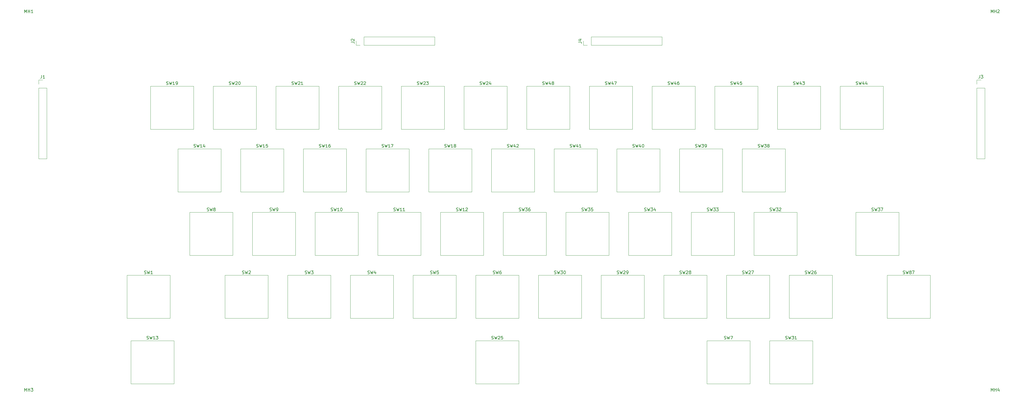
<source format=gto>
%TF.GenerationSoftware,KiCad,Pcbnew,(6.0.1)*%
%TF.CreationDate,2022-07-30T17:19:38+08:00*%
%TF.ProjectId,CrVisionMech,43725669-7369-46f6-9e4d-6563682e6b69,rev?*%
%TF.SameCoordinates,Original*%
%TF.FileFunction,Legend,Top*%
%TF.FilePolarity,Positive*%
%FSLAX46Y46*%
G04 Gerber Fmt 4.6, Leading zero omitted, Abs format (unit mm)*
G04 Created by KiCad (PCBNEW (6.0.1)) date 2022-07-30 17:19:38*
%MOMM*%
%LPD*%
G01*
G04 APERTURE LIST*
%ADD10C,0.150000*%
%ADD11C,0.120000*%
%ADD12C,1.700000*%
%ADD13C,4.000000*%
%ADD14C,2.200000*%
%ADD15C,5.600000*%
%ADD16R,1.700000X1.700000*%
%ADD17O,1.700000X1.700000*%
%ADD18C,3.050000*%
G04 APERTURE END LIST*
D10*
X235680476Y-118260761D02*
X235823333Y-118308380D01*
X236061428Y-118308380D01*
X236156666Y-118260761D01*
X236204285Y-118213142D01*
X236251904Y-118117904D01*
X236251904Y-118022666D01*
X236204285Y-117927428D01*
X236156666Y-117879809D01*
X236061428Y-117832190D01*
X235870952Y-117784571D01*
X235775714Y-117736952D01*
X235728095Y-117689333D01*
X235680476Y-117594095D01*
X235680476Y-117498857D01*
X235728095Y-117403619D01*
X235775714Y-117356000D01*
X235870952Y-117308380D01*
X236109047Y-117308380D01*
X236251904Y-117356000D01*
X236585238Y-117308380D02*
X236823333Y-118308380D01*
X237013809Y-117594095D01*
X237204285Y-118308380D01*
X237442380Y-117308380D01*
X238251904Y-117641714D02*
X238251904Y-118308380D01*
X238013809Y-117260761D02*
X237775714Y-117975047D01*
X238394761Y-117975047D01*
X238680476Y-117308380D02*
X239347142Y-117308380D01*
X238918571Y-118308380D01*
X316960476Y-118260761D02*
X317103333Y-118308380D01*
X317341428Y-118308380D01*
X317436666Y-118260761D01*
X317484285Y-118213142D01*
X317531904Y-118117904D01*
X317531904Y-118022666D01*
X317484285Y-117927428D01*
X317436666Y-117879809D01*
X317341428Y-117832190D01*
X317150952Y-117784571D01*
X317055714Y-117736952D01*
X317008095Y-117689333D01*
X316960476Y-117594095D01*
X316960476Y-117498857D01*
X317008095Y-117403619D01*
X317055714Y-117356000D01*
X317150952Y-117308380D01*
X317389047Y-117308380D01*
X317531904Y-117356000D01*
X317865238Y-117308380D02*
X318103333Y-118308380D01*
X318293809Y-117594095D01*
X318484285Y-118308380D01*
X318722380Y-117308380D01*
X319531904Y-117641714D02*
X319531904Y-118308380D01*
X319293809Y-117260761D02*
X319055714Y-117975047D01*
X319674761Y-117975047D01*
X320484285Y-117641714D02*
X320484285Y-118308380D01*
X320246190Y-117260761D02*
X320008095Y-117975047D01*
X320627142Y-117975047D01*
X47481666Y-217712380D02*
X47481666Y-216712380D01*
X47815000Y-217426666D01*
X48148333Y-216712380D01*
X48148333Y-217712380D01*
X48624523Y-217712380D02*
X48624523Y-216712380D01*
X48624523Y-217188571D02*
X49195952Y-217188571D01*
X49195952Y-217712380D02*
X49195952Y-216712380D01*
X49576904Y-216712380D02*
X50195952Y-216712380D01*
X49862619Y-217093333D01*
X50005476Y-217093333D01*
X50100714Y-217140952D01*
X50148333Y-217188571D01*
X50195952Y-217283809D01*
X50195952Y-217521904D01*
X50148333Y-217617142D01*
X50100714Y-217664761D01*
X50005476Y-217712380D01*
X49719761Y-217712380D01*
X49624523Y-217664761D01*
X49576904Y-217617142D01*
X174720476Y-118260761D02*
X174863333Y-118308380D01*
X175101428Y-118308380D01*
X175196666Y-118260761D01*
X175244285Y-118213142D01*
X175291904Y-118117904D01*
X175291904Y-118022666D01*
X175244285Y-117927428D01*
X175196666Y-117879809D01*
X175101428Y-117832190D01*
X174910952Y-117784571D01*
X174815714Y-117736952D01*
X174768095Y-117689333D01*
X174720476Y-117594095D01*
X174720476Y-117498857D01*
X174768095Y-117403619D01*
X174815714Y-117356000D01*
X174910952Y-117308380D01*
X175149047Y-117308380D01*
X175291904Y-117356000D01*
X175625238Y-117308380D02*
X175863333Y-118308380D01*
X176053809Y-117594095D01*
X176244285Y-118308380D01*
X176482380Y-117308380D01*
X176815714Y-117403619D02*
X176863333Y-117356000D01*
X176958571Y-117308380D01*
X177196666Y-117308380D01*
X177291904Y-117356000D01*
X177339523Y-117403619D01*
X177387142Y-117498857D01*
X177387142Y-117594095D01*
X177339523Y-117736952D01*
X176768095Y-118308380D01*
X177387142Y-118308380D01*
X177720476Y-117308380D02*
X178339523Y-117308380D01*
X178006190Y-117689333D01*
X178149047Y-117689333D01*
X178244285Y-117736952D01*
X178291904Y-117784571D01*
X178339523Y-117879809D01*
X178339523Y-118117904D01*
X178291904Y-118213142D01*
X178244285Y-118260761D01*
X178149047Y-118308380D01*
X177863333Y-118308380D01*
X177768095Y-118260761D01*
X177720476Y-118213142D01*
X264890476Y-138580761D02*
X265033333Y-138628380D01*
X265271428Y-138628380D01*
X265366666Y-138580761D01*
X265414285Y-138533142D01*
X265461904Y-138437904D01*
X265461904Y-138342666D01*
X265414285Y-138247428D01*
X265366666Y-138199809D01*
X265271428Y-138152190D01*
X265080952Y-138104571D01*
X264985714Y-138056952D01*
X264938095Y-138009333D01*
X264890476Y-137914095D01*
X264890476Y-137818857D01*
X264938095Y-137723619D01*
X264985714Y-137676000D01*
X265080952Y-137628380D01*
X265319047Y-137628380D01*
X265461904Y-137676000D01*
X265795238Y-137628380D02*
X266033333Y-138628380D01*
X266223809Y-137914095D01*
X266414285Y-138628380D01*
X266652380Y-137628380D01*
X266938095Y-137628380D02*
X267557142Y-137628380D01*
X267223809Y-138009333D01*
X267366666Y-138009333D01*
X267461904Y-138056952D01*
X267509523Y-138104571D01*
X267557142Y-138199809D01*
X267557142Y-138437904D01*
X267509523Y-138533142D01*
X267461904Y-138580761D01*
X267366666Y-138628380D01*
X267080952Y-138628380D01*
X266985714Y-138580761D01*
X266938095Y-138533142D01*
X268033333Y-138628380D02*
X268223809Y-138628380D01*
X268319047Y-138580761D01*
X268366666Y-138533142D01*
X268461904Y-138390285D01*
X268509523Y-138199809D01*
X268509523Y-137818857D01*
X268461904Y-137723619D01*
X268414285Y-137676000D01*
X268319047Y-137628380D01*
X268128571Y-137628380D01*
X268033333Y-137676000D01*
X267985714Y-137723619D01*
X267938095Y-137818857D01*
X267938095Y-138056952D01*
X267985714Y-138152190D01*
X268033333Y-138199809D01*
X268128571Y-138247428D01*
X268319047Y-138247428D01*
X268414285Y-138199809D01*
X268461904Y-138152190D01*
X268509523Y-138056952D01*
X239490476Y-179610761D02*
X239633333Y-179658380D01*
X239871428Y-179658380D01*
X239966666Y-179610761D01*
X240014285Y-179563142D01*
X240061904Y-179467904D01*
X240061904Y-179372666D01*
X240014285Y-179277428D01*
X239966666Y-179229809D01*
X239871428Y-179182190D01*
X239680952Y-179134571D01*
X239585714Y-179086952D01*
X239538095Y-179039333D01*
X239490476Y-178944095D01*
X239490476Y-178848857D01*
X239538095Y-178753619D01*
X239585714Y-178706000D01*
X239680952Y-178658380D01*
X239919047Y-178658380D01*
X240061904Y-178706000D01*
X240395238Y-178658380D02*
X240633333Y-179658380D01*
X240823809Y-178944095D01*
X241014285Y-179658380D01*
X241252380Y-178658380D01*
X241585714Y-178753619D02*
X241633333Y-178706000D01*
X241728571Y-178658380D01*
X241966666Y-178658380D01*
X242061904Y-178706000D01*
X242109523Y-178753619D01*
X242157142Y-178848857D01*
X242157142Y-178944095D01*
X242109523Y-179086952D01*
X241538095Y-179658380D01*
X242157142Y-179658380D01*
X242633333Y-179658380D02*
X242823809Y-179658380D01*
X242919047Y-179610761D01*
X242966666Y-179563142D01*
X243061904Y-179420285D01*
X243109523Y-179229809D01*
X243109523Y-178848857D01*
X243061904Y-178753619D01*
X243014285Y-178706000D01*
X242919047Y-178658380D01*
X242728571Y-178658380D01*
X242633333Y-178706000D01*
X242585714Y-178753619D01*
X242538095Y-178848857D01*
X242538095Y-179086952D01*
X242585714Y-179182190D01*
X242633333Y-179229809D01*
X242728571Y-179277428D01*
X242919047Y-179277428D01*
X243014285Y-179229809D01*
X243061904Y-179182190D01*
X243109523Y-179086952D01*
X280130476Y-179610761D02*
X280273333Y-179658380D01*
X280511428Y-179658380D01*
X280606666Y-179610761D01*
X280654285Y-179563142D01*
X280701904Y-179467904D01*
X280701904Y-179372666D01*
X280654285Y-179277428D01*
X280606666Y-179229809D01*
X280511428Y-179182190D01*
X280320952Y-179134571D01*
X280225714Y-179086952D01*
X280178095Y-179039333D01*
X280130476Y-178944095D01*
X280130476Y-178848857D01*
X280178095Y-178753619D01*
X280225714Y-178706000D01*
X280320952Y-178658380D01*
X280559047Y-178658380D01*
X280701904Y-178706000D01*
X281035238Y-178658380D02*
X281273333Y-179658380D01*
X281463809Y-178944095D01*
X281654285Y-179658380D01*
X281892380Y-178658380D01*
X282225714Y-178753619D02*
X282273333Y-178706000D01*
X282368571Y-178658380D01*
X282606666Y-178658380D01*
X282701904Y-178706000D01*
X282749523Y-178753619D01*
X282797142Y-178848857D01*
X282797142Y-178944095D01*
X282749523Y-179086952D01*
X282178095Y-179658380D01*
X282797142Y-179658380D01*
X283130476Y-178658380D02*
X283797142Y-178658380D01*
X283368571Y-179658380D01*
X153332380Y-104473333D02*
X154046666Y-104473333D01*
X154189523Y-104520952D01*
X154284761Y-104616190D01*
X154332380Y-104759047D01*
X154332380Y-104854285D01*
X153427619Y-104044761D02*
X153380000Y-103997142D01*
X153332380Y-103901904D01*
X153332380Y-103663809D01*
X153380000Y-103568571D01*
X153427619Y-103520952D01*
X153522857Y-103473333D01*
X153618095Y-103473333D01*
X153760952Y-103520952D01*
X154332380Y-104092380D01*
X154332380Y-103473333D01*
X122650476Y-138580761D02*
X122793333Y-138628380D01*
X123031428Y-138628380D01*
X123126666Y-138580761D01*
X123174285Y-138533142D01*
X123221904Y-138437904D01*
X123221904Y-138342666D01*
X123174285Y-138247428D01*
X123126666Y-138199809D01*
X123031428Y-138152190D01*
X122840952Y-138104571D01*
X122745714Y-138056952D01*
X122698095Y-138009333D01*
X122650476Y-137914095D01*
X122650476Y-137818857D01*
X122698095Y-137723619D01*
X122745714Y-137676000D01*
X122840952Y-137628380D01*
X123079047Y-137628380D01*
X123221904Y-137676000D01*
X123555238Y-137628380D02*
X123793333Y-138628380D01*
X123983809Y-137914095D01*
X124174285Y-138628380D01*
X124412380Y-137628380D01*
X125317142Y-138628380D02*
X124745714Y-138628380D01*
X125031428Y-138628380D02*
X125031428Y-137628380D01*
X124936190Y-137771238D01*
X124840952Y-137866476D01*
X124745714Y-137914095D01*
X126221904Y-137628380D02*
X125745714Y-137628380D01*
X125698095Y-138104571D01*
X125745714Y-138056952D01*
X125840952Y-138009333D01*
X126079047Y-138009333D01*
X126174285Y-138056952D01*
X126221904Y-138104571D01*
X126269523Y-138199809D01*
X126269523Y-138437904D01*
X126221904Y-138533142D01*
X126174285Y-138580761D01*
X126079047Y-138628380D01*
X125840952Y-138628380D01*
X125745714Y-138580761D01*
X125698095Y-138533142D01*
X322040476Y-159220761D02*
X322183333Y-159268380D01*
X322421428Y-159268380D01*
X322516666Y-159220761D01*
X322564285Y-159173142D01*
X322611904Y-159077904D01*
X322611904Y-158982666D01*
X322564285Y-158887428D01*
X322516666Y-158839809D01*
X322421428Y-158792190D01*
X322230952Y-158744571D01*
X322135714Y-158696952D01*
X322088095Y-158649333D01*
X322040476Y-158554095D01*
X322040476Y-158458857D01*
X322088095Y-158363619D01*
X322135714Y-158316000D01*
X322230952Y-158268380D01*
X322469047Y-158268380D01*
X322611904Y-158316000D01*
X322945238Y-158268380D02*
X323183333Y-159268380D01*
X323373809Y-158554095D01*
X323564285Y-159268380D01*
X323802380Y-158268380D01*
X324088095Y-158268380D02*
X324707142Y-158268380D01*
X324373809Y-158649333D01*
X324516666Y-158649333D01*
X324611904Y-158696952D01*
X324659523Y-158744571D01*
X324707142Y-158839809D01*
X324707142Y-159077904D01*
X324659523Y-159173142D01*
X324611904Y-159220761D01*
X324516666Y-159268380D01*
X324230952Y-159268380D01*
X324135714Y-159220761D01*
X324088095Y-159173142D01*
X325040476Y-158268380D02*
X325707142Y-158268380D01*
X325278571Y-159268380D01*
X142970476Y-138580761D02*
X143113333Y-138628380D01*
X143351428Y-138628380D01*
X143446666Y-138580761D01*
X143494285Y-138533142D01*
X143541904Y-138437904D01*
X143541904Y-138342666D01*
X143494285Y-138247428D01*
X143446666Y-138199809D01*
X143351428Y-138152190D01*
X143160952Y-138104571D01*
X143065714Y-138056952D01*
X143018095Y-138009333D01*
X142970476Y-137914095D01*
X142970476Y-137818857D01*
X143018095Y-137723619D01*
X143065714Y-137676000D01*
X143160952Y-137628380D01*
X143399047Y-137628380D01*
X143541904Y-137676000D01*
X143875238Y-137628380D02*
X144113333Y-138628380D01*
X144303809Y-137914095D01*
X144494285Y-138628380D01*
X144732380Y-137628380D01*
X145637142Y-138628380D02*
X145065714Y-138628380D01*
X145351428Y-138628380D02*
X145351428Y-137628380D01*
X145256190Y-137771238D01*
X145160952Y-137866476D01*
X145065714Y-137914095D01*
X146494285Y-137628380D02*
X146303809Y-137628380D01*
X146208571Y-137676000D01*
X146160952Y-137723619D01*
X146065714Y-137866476D01*
X146018095Y-138056952D01*
X146018095Y-138437904D01*
X146065714Y-138533142D01*
X146113333Y-138580761D01*
X146208571Y-138628380D01*
X146399047Y-138628380D01*
X146494285Y-138580761D01*
X146541904Y-138533142D01*
X146589523Y-138437904D01*
X146589523Y-138199809D01*
X146541904Y-138104571D01*
X146494285Y-138056952D01*
X146399047Y-138009333D01*
X146208571Y-138009333D01*
X146113333Y-138056952D01*
X146065714Y-138104571D01*
X146018095Y-138199809D01*
X163290476Y-138580761D02*
X163433333Y-138628380D01*
X163671428Y-138628380D01*
X163766666Y-138580761D01*
X163814285Y-138533142D01*
X163861904Y-138437904D01*
X163861904Y-138342666D01*
X163814285Y-138247428D01*
X163766666Y-138199809D01*
X163671428Y-138152190D01*
X163480952Y-138104571D01*
X163385714Y-138056952D01*
X163338095Y-138009333D01*
X163290476Y-137914095D01*
X163290476Y-137818857D01*
X163338095Y-137723619D01*
X163385714Y-137676000D01*
X163480952Y-137628380D01*
X163719047Y-137628380D01*
X163861904Y-137676000D01*
X164195238Y-137628380D02*
X164433333Y-138628380D01*
X164623809Y-137914095D01*
X164814285Y-138628380D01*
X165052380Y-137628380D01*
X165957142Y-138628380D02*
X165385714Y-138628380D01*
X165671428Y-138628380D02*
X165671428Y-137628380D01*
X165576190Y-137771238D01*
X165480952Y-137866476D01*
X165385714Y-137914095D01*
X166290476Y-137628380D02*
X166957142Y-137628380D01*
X166528571Y-138628380D01*
X224250476Y-138580761D02*
X224393333Y-138628380D01*
X224631428Y-138628380D01*
X224726666Y-138580761D01*
X224774285Y-138533142D01*
X224821904Y-138437904D01*
X224821904Y-138342666D01*
X224774285Y-138247428D01*
X224726666Y-138199809D01*
X224631428Y-138152190D01*
X224440952Y-138104571D01*
X224345714Y-138056952D01*
X224298095Y-138009333D01*
X224250476Y-137914095D01*
X224250476Y-137818857D01*
X224298095Y-137723619D01*
X224345714Y-137676000D01*
X224440952Y-137628380D01*
X224679047Y-137628380D01*
X224821904Y-137676000D01*
X225155238Y-137628380D02*
X225393333Y-138628380D01*
X225583809Y-137914095D01*
X225774285Y-138628380D01*
X226012380Y-137628380D01*
X226821904Y-137961714D02*
X226821904Y-138628380D01*
X226583809Y-137580761D02*
X226345714Y-138295047D01*
X226964761Y-138295047D01*
X227869523Y-138628380D02*
X227298095Y-138628380D01*
X227583809Y-138628380D02*
X227583809Y-137628380D01*
X227488571Y-137771238D01*
X227393333Y-137866476D01*
X227298095Y-137914095D01*
X47481666Y-94997380D02*
X47481666Y-93997380D01*
X47815000Y-94711666D01*
X48148333Y-93997380D01*
X48148333Y-94997380D01*
X48624523Y-94997380D02*
X48624523Y-93997380D01*
X48624523Y-94473571D02*
X49195952Y-94473571D01*
X49195952Y-94997380D02*
X49195952Y-93997380D01*
X50195952Y-94997380D02*
X49624523Y-94997380D01*
X49910238Y-94997380D02*
X49910238Y-93997380D01*
X49815000Y-94140238D01*
X49719761Y-94235476D01*
X49624523Y-94283095D01*
X138366666Y-179610761D02*
X138509523Y-179658380D01*
X138747619Y-179658380D01*
X138842857Y-179610761D01*
X138890476Y-179563142D01*
X138938095Y-179467904D01*
X138938095Y-179372666D01*
X138890476Y-179277428D01*
X138842857Y-179229809D01*
X138747619Y-179182190D01*
X138557142Y-179134571D01*
X138461904Y-179086952D01*
X138414285Y-179039333D01*
X138366666Y-178944095D01*
X138366666Y-178848857D01*
X138414285Y-178753619D01*
X138461904Y-178706000D01*
X138557142Y-178658380D01*
X138795238Y-178658380D01*
X138938095Y-178706000D01*
X139271428Y-178658380D02*
X139509523Y-179658380D01*
X139700000Y-178944095D01*
X139890476Y-179658380D01*
X140128571Y-178658380D01*
X140414285Y-178658380D02*
X141033333Y-178658380D01*
X140700000Y-179039333D01*
X140842857Y-179039333D01*
X140938095Y-179086952D01*
X140985714Y-179134571D01*
X141033333Y-179229809D01*
X141033333Y-179467904D01*
X140985714Y-179563142D01*
X140938095Y-179610761D01*
X140842857Y-179658380D01*
X140557142Y-179658380D01*
X140461904Y-179610761D01*
X140414285Y-179563142D01*
X259810476Y-179610761D02*
X259953333Y-179658380D01*
X260191428Y-179658380D01*
X260286666Y-179610761D01*
X260334285Y-179563142D01*
X260381904Y-179467904D01*
X260381904Y-179372666D01*
X260334285Y-179277428D01*
X260286666Y-179229809D01*
X260191428Y-179182190D01*
X260000952Y-179134571D01*
X259905714Y-179086952D01*
X259858095Y-179039333D01*
X259810476Y-178944095D01*
X259810476Y-178848857D01*
X259858095Y-178753619D01*
X259905714Y-178706000D01*
X260000952Y-178658380D01*
X260239047Y-178658380D01*
X260381904Y-178706000D01*
X260715238Y-178658380D02*
X260953333Y-179658380D01*
X261143809Y-178944095D01*
X261334285Y-179658380D01*
X261572380Y-178658380D01*
X261905714Y-178753619D02*
X261953333Y-178706000D01*
X262048571Y-178658380D01*
X262286666Y-178658380D01*
X262381904Y-178706000D01*
X262429523Y-178753619D01*
X262477142Y-178848857D01*
X262477142Y-178944095D01*
X262429523Y-179086952D01*
X261858095Y-179658380D01*
X262477142Y-179658380D01*
X263048571Y-179086952D02*
X262953333Y-179039333D01*
X262905714Y-178991714D01*
X262858095Y-178896476D01*
X262858095Y-178848857D01*
X262905714Y-178753619D01*
X262953333Y-178706000D01*
X263048571Y-178658380D01*
X263239047Y-178658380D01*
X263334285Y-178706000D01*
X263381904Y-178753619D01*
X263429523Y-178848857D01*
X263429523Y-178896476D01*
X263381904Y-178991714D01*
X263334285Y-179039333D01*
X263239047Y-179086952D01*
X263048571Y-179086952D01*
X262953333Y-179134571D01*
X262905714Y-179182190D01*
X262858095Y-179277428D01*
X262858095Y-179467904D01*
X262905714Y-179563142D01*
X262953333Y-179610761D01*
X263048571Y-179658380D01*
X263239047Y-179658380D01*
X263334285Y-179610761D01*
X263381904Y-179563142D01*
X263429523Y-179467904D01*
X263429523Y-179277428D01*
X263381904Y-179182190D01*
X263334285Y-179134571D01*
X263239047Y-179086952D01*
X118046666Y-179610761D02*
X118189523Y-179658380D01*
X118427619Y-179658380D01*
X118522857Y-179610761D01*
X118570476Y-179563142D01*
X118618095Y-179467904D01*
X118618095Y-179372666D01*
X118570476Y-179277428D01*
X118522857Y-179229809D01*
X118427619Y-179182190D01*
X118237142Y-179134571D01*
X118141904Y-179086952D01*
X118094285Y-179039333D01*
X118046666Y-178944095D01*
X118046666Y-178848857D01*
X118094285Y-178753619D01*
X118141904Y-178706000D01*
X118237142Y-178658380D01*
X118475238Y-178658380D01*
X118618095Y-178706000D01*
X118951428Y-178658380D02*
X119189523Y-179658380D01*
X119380000Y-178944095D01*
X119570476Y-179658380D01*
X119808571Y-178658380D01*
X120141904Y-178753619D02*
X120189523Y-178706000D01*
X120284761Y-178658380D01*
X120522857Y-178658380D01*
X120618095Y-178706000D01*
X120665714Y-178753619D01*
X120713333Y-178848857D01*
X120713333Y-178944095D01*
X120665714Y-179086952D01*
X120094285Y-179658380D01*
X120713333Y-179658380D01*
X296640476Y-118260761D02*
X296783333Y-118308380D01*
X297021428Y-118308380D01*
X297116666Y-118260761D01*
X297164285Y-118213142D01*
X297211904Y-118117904D01*
X297211904Y-118022666D01*
X297164285Y-117927428D01*
X297116666Y-117879809D01*
X297021428Y-117832190D01*
X296830952Y-117784571D01*
X296735714Y-117736952D01*
X296688095Y-117689333D01*
X296640476Y-117594095D01*
X296640476Y-117498857D01*
X296688095Y-117403619D01*
X296735714Y-117356000D01*
X296830952Y-117308380D01*
X297069047Y-117308380D01*
X297211904Y-117356000D01*
X297545238Y-117308380D02*
X297783333Y-118308380D01*
X297973809Y-117594095D01*
X298164285Y-118308380D01*
X298402380Y-117308380D01*
X299211904Y-117641714D02*
X299211904Y-118308380D01*
X298973809Y-117260761D02*
X298735714Y-117975047D01*
X299354761Y-117975047D01*
X299640476Y-117308380D02*
X300259523Y-117308380D01*
X299926190Y-117689333D01*
X300069047Y-117689333D01*
X300164285Y-117736952D01*
X300211904Y-117784571D01*
X300259523Y-117879809D01*
X300259523Y-118117904D01*
X300211904Y-118213142D01*
X300164285Y-118260761D01*
X300069047Y-118308380D01*
X299783333Y-118308380D01*
X299688095Y-118260761D01*
X299640476Y-118213142D01*
X198850476Y-200810761D02*
X198993333Y-200858380D01*
X199231428Y-200858380D01*
X199326666Y-200810761D01*
X199374285Y-200763142D01*
X199421904Y-200667904D01*
X199421904Y-200572666D01*
X199374285Y-200477428D01*
X199326666Y-200429809D01*
X199231428Y-200382190D01*
X199040952Y-200334571D01*
X198945714Y-200286952D01*
X198898095Y-200239333D01*
X198850476Y-200144095D01*
X198850476Y-200048857D01*
X198898095Y-199953619D01*
X198945714Y-199906000D01*
X199040952Y-199858380D01*
X199279047Y-199858380D01*
X199421904Y-199906000D01*
X199755238Y-199858380D02*
X199993333Y-200858380D01*
X200183809Y-200144095D01*
X200374285Y-200858380D01*
X200612380Y-199858380D01*
X200945714Y-199953619D02*
X200993333Y-199906000D01*
X201088571Y-199858380D01*
X201326666Y-199858380D01*
X201421904Y-199906000D01*
X201469523Y-199953619D01*
X201517142Y-200048857D01*
X201517142Y-200144095D01*
X201469523Y-200286952D01*
X200898095Y-200858380D01*
X201517142Y-200858380D01*
X202421904Y-199858380D02*
X201945714Y-199858380D01*
X201898095Y-200334571D01*
X201945714Y-200286952D01*
X202040952Y-200239333D01*
X202279047Y-200239333D01*
X202374285Y-200286952D01*
X202421904Y-200334571D01*
X202469523Y-200429809D01*
X202469523Y-200667904D01*
X202421904Y-200763142D01*
X202374285Y-200810761D01*
X202279047Y-200858380D01*
X202040952Y-200858380D01*
X201945714Y-200810761D01*
X201898095Y-200763142D01*
X276320476Y-118260761D02*
X276463333Y-118308380D01*
X276701428Y-118308380D01*
X276796666Y-118260761D01*
X276844285Y-118213142D01*
X276891904Y-118117904D01*
X276891904Y-118022666D01*
X276844285Y-117927428D01*
X276796666Y-117879809D01*
X276701428Y-117832190D01*
X276510952Y-117784571D01*
X276415714Y-117736952D01*
X276368095Y-117689333D01*
X276320476Y-117594095D01*
X276320476Y-117498857D01*
X276368095Y-117403619D01*
X276415714Y-117356000D01*
X276510952Y-117308380D01*
X276749047Y-117308380D01*
X276891904Y-117356000D01*
X277225238Y-117308380D02*
X277463333Y-118308380D01*
X277653809Y-117594095D01*
X277844285Y-118308380D01*
X278082380Y-117308380D01*
X278891904Y-117641714D02*
X278891904Y-118308380D01*
X278653809Y-117260761D02*
X278415714Y-117975047D01*
X279034761Y-117975047D01*
X279891904Y-117308380D02*
X279415714Y-117308380D01*
X279368095Y-117784571D01*
X279415714Y-117736952D01*
X279510952Y-117689333D01*
X279749047Y-117689333D01*
X279844285Y-117736952D01*
X279891904Y-117784571D01*
X279939523Y-117879809D01*
X279939523Y-118117904D01*
X279891904Y-118213142D01*
X279844285Y-118260761D01*
X279749047Y-118308380D01*
X279510952Y-118308380D01*
X279415714Y-118260761D01*
X279368095Y-118213142D01*
X219170476Y-179610761D02*
X219313333Y-179658380D01*
X219551428Y-179658380D01*
X219646666Y-179610761D01*
X219694285Y-179563142D01*
X219741904Y-179467904D01*
X219741904Y-179372666D01*
X219694285Y-179277428D01*
X219646666Y-179229809D01*
X219551428Y-179182190D01*
X219360952Y-179134571D01*
X219265714Y-179086952D01*
X219218095Y-179039333D01*
X219170476Y-178944095D01*
X219170476Y-178848857D01*
X219218095Y-178753619D01*
X219265714Y-178706000D01*
X219360952Y-178658380D01*
X219599047Y-178658380D01*
X219741904Y-178706000D01*
X220075238Y-178658380D02*
X220313333Y-179658380D01*
X220503809Y-178944095D01*
X220694285Y-179658380D01*
X220932380Y-178658380D01*
X221218095Y-178658380D02*
X221837142Y-178658380D01*
X221503809Y-179039333D01*
X221646666Y-179039333D01*
X221741904Y-179086952D01*
X221789523Y-179134571D01*
X221837142Y-179229809D01*
X221837142Y-179467904D01*
X221789523Y-179563142D01*
X221741904Y-179610761D01*
X221646666Y-179658380D01*
X221360952Y-179658380D01*
X221265714Y-179610761D01*
X221218095Y-179563142D01*
X222456190Y-178658380D02*
X222551428Y-178658380D01*
X222646666Y-178706000D01*
X222694285Y-178753619D01*
X222741904Y-178848857D01*
X222789523Y-179039333D01*
X222789523Y-179277428D01*
X222741904Y-179467904D01*
X222694285Y-179563142D01*
X222646666Y-179610761D01*
X222551428Y-179658380D01*
X222456190Y-179658380D01*
X222360952Y-179610761D01*
X222313333Y-179563142D01*
X222265714Y-179467904D01*
X222218095Y-179277428D01*
X222218095Y-179039333D01*
X222265714Y-178848857D01*
X222313333Y-178753619D01*
X222360952Y-178706000D01*
X222456190Y-178658380D01*
X294100476Y-200810761D02*
X294243333Y-200858380D01*
X294481428Y-200858380D01*
X294576666Y-200810761D01*
X294624285Y-200763142D01*
X294671904Y-200667904D01*
X294671904Y-200572666D01*
X294624285Y-200477428D01*
X294576666Y-200429809D01*
X294481428Y-200382190D01*
X294290952Y-200334571D01*
X294195714Y-200286952D01*
X294148095Y-200239333D01*
X294100476Y-200144095D01*
X294100476Y-200048857D01*
X294148095Y-199953619D01*
X294195714Y-199906000D01*
X294290952Y-199858380D01*
X294529047Y-199858380D01*
X294671904Y-199906000D01*
X295005238Y-199858380D02*
X295243333Y-200858380D01*
X295433809Y-200144095D01*
X295624285Y-200858380D01*
X295862380Y-199858380D01*
X296148095Y-199858380D02*
X296767142Y-199858380D01*
X296433809Y-200239333D01*
X296576666Y-200239333D01*
X296671904Y-200286952D01*
X296719523Y-200334571D01*
X296767142Y-200429809D01*
X296767142Y-200667904D01*
X296719523Y-200763142D01*
X296671904Y-200810761D01*
X296576666Y-200858380D01*
X296290952Y-200858380D01*
X296195714Y-200810761D01*
X296148095Y-200763142D01*
X297719523Y-200858380D02*
X297148095Y-200858380D01*
X297433809Y-200858380D02*
X297433809Y-199858380D01*
X297338571Y-200001238D01*
X297243333Y-200096476D01*
X297148095Y-200144095D01*
X228060476Y-159220761D02*
X228203333Y-159268380D01*
X228441428Y-159268380D01*
X228536666Y-159220761D01*
X228584285Y-159173142D01*
X228631904Y-159077904D01*
X228631904Y-158982666D01*
X228584285Y-158887428D01*
X228536666Y-158839809D01*
X228441428Y-158792190D01*
X228250952Y-158744571D01*
X228155714Y-158696952D01*
X228108095Y-158649333D01*
X228060476Y-158554095D01*
X228060476Y-158458857D01*
X228108095Y-158363619D01*
X228155714Y-158316000D01*
X228250952Y-158268380D01*
X228489047Y-158268380D01*
X228631904Y-158316000D01*
X228965238Y-158268380D02*
X229203333Y-159268380D01*
X229393809Y-158554095D01*
X229584285Y-159268380D01*
X229822380Y-158268380D01*
X230108095Y-158268380D02*
X230727142Y-158268380D01*
X230393809Y-158649333D01*
X230536666Y-158649333D01*
X230631904Y-158696952D01*
X230679523Y-158744571D01*
X230727142Y-158839809D01*
X230727142Y-159077904D01*
X230679523Y-159173142D01*
X230631904Y-159220761D01*
X230536666Y-159268380D01*
X230250952Y-159268380D01*
X230155714Y-159220761D01*
X230108095Y-159173142D01*
X231631904Y-158268380D02*
X231155714Y-158268380D01*
X231108095Y-158744571D01*
X231155714Y-158696952D01*
X231250952Y-158649333D01*
X231489047Y-158649333D01*
X231584285Y-158696952D01*
X231631904Y-158744571D01*
X231679523Y-158839809D01*
X231679523Y-159077904D01*
X231631904Y-159173142D01*
X231584285Y-159220761D01*
X231489047Y-159268380D01*
X231250952Y-159268380D01*
X231155714Y-159220761D01*
X231108095Y-159173142D01*
X158686666Y-179610761D02*
X158829523Y-179658380D01*
X159067619Y-179658380D01*
X159162857Y-179610761D01*
X159210476Y-179563142D01*
X159258095Y-179467904D01*
X159258095Y-179372666D01*
X159210476Y-179277428D01*
X159162857Y-179229809D01*
X159067619Y-179182190D01*
X158877142Y-179134571D01*
X158781904Y-179086952D01*
X158734285Y-179039333D01*
X158686666Y-178944095D01*
X158686666Y-178848857D01*
X158734285Y-178753619D01*
X158781904Y-178706000D01*
X158877142Y-178658380D01*
X159115238Y-178658380D01*
X159258095Y-178706000D01*
X159591428Y-178658380D02*
X159829523Y-179658380D01*
X160020000Y-178944095D01*
X160210476Y-179658380D01*
X160448571Y-178658380D01*
X161258095Y-178991714D02*
X161258095Y-179658380D01*
X161020000Y-178610761D02*
X160781904Y-179325047D01*
X161400952Y-179325047D01*
X106616666Y-159220761D02*
X106759523Y-159268380D01*
X106997619Y-159268380D01*
X107092857Y-159220761D01*
X107140476Y-159173142D01*
X107188095Y-159077904D01*
X107188095Y-158982666D01*
X107140476Y-158887428D01*
X107092857Y-158839809D01*
X106997619Y-158792190D01*
X106807142Y-158744571D01*
X106711904Y-158696952D01*
X106664285Y-158649333D01*
X106616666Y-158554095D01*
X106616666Y-158458857D01*
X106664285Y-158363619D01*
X106711904Y-158316000D01*
X106807142Y-158268380D01*
X107045238Y-158268380D01*
X107188095Y-158316000D01*
X107521428Y-158268380D02*
X107759523Y-159268380D01*
X107950000Y-158554095D01*
X108140476Y-159268380D01*
X108378571Y-158268380D01*
X108902380Y-158696952D02*
X108807142Y-158649333D01*
X108759523Y-158601714D01*
X108711904Y-158506476D01*
X108711904Y-158458857D01*
X108759523Y-158363619D01*
X108807142Y-158316000D01*
X108902380Y-158268380D01*
X109092857Y-158268380D01*
X109188095Y-158316000D01*
X109235714Y-158363619D01*
X109283333Y-158458857D01*
X109283333Y-158506476D01*
X109235714Y-158601714D01*
X109188095Y-158649333D01*
X109092857Y-158696952D01*
X108902380Y-158696952D01*
X108807142Y-158744571D01*
X108759523Y-158792190D01*
X108711904Y-158887428D01*
X108711904Y-159077904D01*
X108759523Y-159173142D01*
X108807142Y-159220761D01*
X108902380Y-159268380D01*
X109092857Y-159268380D01*
X109188095Y-159220761D01*
X109235714Y-159173142D01*
X109283333Y-159077904D01*
X109283333Y-158887428D01*
X109235714Y-158792190D01*
X109188095Y-158744571D01*
X109092857Y-158696952D01*
X87090476Y-200810761D02*
X87233333Y-200858380D01*
X87471428Y-200858380D01*
X87566666Y-200810761D01*
X87614285Y-200763142D01*
X87661904Y-200667904D01*
X87661904Y-200572666D01*
X87614285Y-200477428D01*
X87566666Y-200429809D01*
X87471428Y-200382190D01*
X87280952Y-200334571D01*
X87185714Y-200286952D01*
X87138095Y-200239333D01*
X87090476Y-200144095D01*
X87090476Y-200048857D01*
X87138095Y-199953619D01*
X87185714Y-199906000D01*
X87280952Y-199858380D01*
X87519047Y-199858380D01*
X87661904Y-199906000D01*
X87995238Y-199858380D02*
X88233333Y-200858380D01*
X88423809Y-200144095D01*
X88614285Y-200858380D01*
X88852380Y-199858380D01*
X89757142Y-200858380D02*
X89185714Y-200858380D01*
X89471428Y-200858380D02*
X89471428Y-199858380D01*
X89376190Y-200001238D01*
X89280952Y-200096476D01*
X89185714Y-200144095D01*
X90090476Y-199858380D02*
X90709523Y-199858380D01*
X90376190Y-200239333D01*
X90519047Y-200239333D01*
X90614285Y-200286952D01*
X90661904Y-200334571D01*
X90709523Y-200429809D01*
X90709523Y-200667904D01*
X90661904Y-200763142D01*
X90614285Y-200810761D01*
X90519047Y-200858380D01*
X90233333Y-200858380D01*
X90138095Y-200810761D01*
X90090476Y-200763142D01*
X183610476Y-138580761D02*
X183753333Y-138628380D01*
X183991428Y-138628380D01*
X184086666Y-138580761D01*
X184134285Y-138533142D01*
X184181904Y-138437904D01*
X184181904Y-138342666D01*
X184134285Y-138247428D01*
X184086666Y-138199809D01*
X183991428Y-138152190D01*
X183800952Y-138104571D01*
X183705714Y-138056952D01*
X183658095Y-138009333D01*
X183610476Y-137914095D01*
X183610476Y-137818857D01*
X183658095Y-137723619D01*
X183705714Y-137676000D01*
X183800952Y-137628380D01*
X184039047Y-137628380D01*
X184181904Y-137676000D01*
X184515238Y-137628380D02*
X184753333Y-138628380D01*
X184943809Y-137914095D01*
X185134285Y-138628380D01*
X185372380Y-137628380D01*
X186277142Y-138628380D02*
X185705714Y-138628380D01*
X185991428Y-138628380D02*
X185991428Y-137628380D01*
X185896190Y-137771238D01*
X185800952Y-137866476D01*
X185705714Y-137914095D01*
X186848571Y-138056952D02*
X186753333Y-138009333D01*
X186705714Y-137961714D01*
X186658095Y-137866476D01*
X186658095Y-137818857D01*
X186705714Y-137723619D01*
X186753333Y-137676000D01*
X186848571Y-137628380D01*
X187039047Y-137628380D01*
X187134285Y-137676000D01*
X187181904Y-137723619D01*
X187229523Y-137818857D01*
X187229523Y-137866476D01*
X187181904Y-137961714D01*
X187134285Y-138009333D01*
X187039047Y-138056952D01*
X186848571Y-138056952D01*
X186753333Y-138104571D01*
X186705714Y-138152190D01*
X186658095Y-138247428D01*
X186658095Y-138437904D01*
X186705714Y-138533142D01*
X186753333Y-138580761D01*
X186848571Y-138628380D01*
X187039047Y-138628380D01*
X187134285Y-138580761D01*
X187181904Y-138533142D01*
X187229523Y-138437904D01*
X187229523Y-138247428D01*
X187181904Y-138152190D01*
X187134285Y-138104571D01*
X187039047Y-138056952D01*
X215360476Y-118260761D02*
X215503333Y-118308380D01*
X215741428Y-118308380D01*
X215836666Y-118260761D01*
X215884285Y-118213142D01*
X215931904Y-118117904D01*
X215931904Y-118022666D01*
X215884285Y-117927428D01*
X215836666Y-117879809D01*
X215741428Y-117832190D01*
X215550952Y-117784571D01*
X215455714Y-117736952D01*
X215408095Y-117689333D01*
X215360476Y-117594095D01*
X215360476Y-117498857D01*
X215408095Y-117403619D01*
X215455714Y-117356000D01*
X215550952Y-117308380D01*
X215789047Y-117308380D01*
X215931904Y-117356000D01*
X216265238Y-117308380D02*
X216503333Y-118308380D01*
X216693809Y-117594095D01*
X216884285Y-118308380D01*
X217122380Y-117308380D01*
X217931904Y-117641714D02*
X217931904Y-118308380D01*
X217693809Y-117260761D02*
X217455714Y-117975047D01*
X218074761Y-117975047D01*
X218598571Y-117736952D02*
X218503333Y-117689333D01*
X218455714Y-117641714D01*
X218408095Y-117546476D01*
X218408095Y-117498857D01*
X218455714Y-117403619D01*
X218503333Y-117356000D01*
X218598571Y-117308380D01*
X218789047Y-117308380D01*
X218884285Y-117356000D01*
X218931904Y-117403619D01*
X218979523Y-117498857D01*
X218979523Y-117546476D01*
X218931904Y-117641714D01*
X218884285Y-117689333D01*
X218789047Y-117736952D01*
X218598571Y-117736952D01*
X218503333Y-117784571D01*
X218455714Y-117832190D01*
X218408095Y-117927428D01*
X218408095Y-118117904D01*
X218455714Y-118213142D01*
X218503333Y-118260761D01*
X218598571Y-118308380D01*
X218789047Y-118308380D01*
X218884285Y-118260761D01*
X218931904Y-118213142D01*
X218979523Y-118117904D01*
X218979523Y-117927428D01*
X218931904Y-117832190D01*
X218884285Y-117784571D01*
X218789047Y-117736952D01*
X93440476Y-118260761D02*
X93583333Y-118308380D01*
X93821428Y-118308380D01*
X93916666Y-118260761D01*
X93964285Y-118213142D01*
X94011904Y-118117904D01*
X94011904Y-118022666D01*
X93964285Y-117927428D01*
X93916666Y-117879809D01*
X93821428Y-117832190D01*
X93630952Y-117784571D01*
X93535714Y-117736952D01*
X93488095Y-117689333D01*
X93440476Y-117594095D01*
X93440476Y-117498857D01*
X93488095Y-117403619D01*
X93535714Y-117356000D01*
X93630952Y-117308380D01*
X93869047Y-117308380D01*
X94011904Y-117356000D01*
X94345238Y-117308380D02*
X94583333Y-118308380D01*
X94773809Y-117594095D01*
X94964285Y-118308380D01*
X95202380Y-117308380D01*
X96107142Y-118308380D02*
X95535714Y-118308380D01*
X95821428Y-118308380D02*
X95821428Y-117308380D01*
X95726190Y-117451238D01*
X95630952Y-117546476D01*
X95535714Y-117594095D01*
X96583333Y-118308380D02*
X96773809Y-118308380D01*
X96869047Y-118260761D01*
X96916666Y-118213142D01*
X97011904Y-118070285D01*
X97059523Y-117879809D01*
X97059523Y-117498857D01*
X97011904Y-117403619D01*
X96964285Y-117356000D01*
X96869047Y-117308380D01*
X96678571Y-117308380D01*
X96583333Y-117356000D01*
X96535714Y-117403619D01*
X96488095Y-117498857D01*
X96488095Y-117736952D01*
X96535714Y-117832190D01*
X96583333Y-117879809D01*
X96678571Y-117927428D01*
X96869047Y-117927428D01*
X96964285Y-117879809D01*
X97011904Y-117832190D01*
X97059523Y-117736952D01*
X360696666Y-217712380D02*
X360696666Y-216712380D01*
X361030000Y-217426666D01*
X361363333Y-216712380D01*
X361363333Y-217712380D01*
X361839523Y-217712380D02*
X361839523Y-216712380D01*
X361839523Y-217188571D02*
X362410952Y-217188571D01*
X362410952Y-217712380D02*
X362410952Y-216712380D01*
X363315714Y-217045714D02*
X363315714Y-217712380D01*
X363077619Y-216664761D02*
X362839523Y-217379047D01*
X363458571Y-217379047D01*
X126936666Y-159220761D02*
X127079523Y-159268380D01*
X127317619Y-159268380D01*
X127412857Y-159220761D01*
X127460476Y-159173142D01*
X127508095Y-159077904D01*
X127508095Y-158982666D01*
X127460476Y-158887428D01*
X127412857Y-158839809D01*
X127317619Y-158792190D01*
X127127142Y-158744571D01*
X127031904Y-158696952D01*
X126984285Y-158649333D01*
X126936666Y-158554095D01*
X126936666Y-158458857D01*
X126984285Y-158363619D01*
X127031904Y-158316000D01*
X127127142Y-158268380D01*
X127365238Y-158268380D01*
X127508095Y-158316000D01*
X127841428Y-158268380D02*
X128079523Y-159268380D01*
X128270000Y-158554095D01*
X128460476Y-159268380D01*
X128698571Y-158268380D01*
X129127142Y-159268380D02*
X129317619Y-159268380D01*
X129412857Y-159220761D01*
X129460476Y-159173142D01*
X129555714Y-159030285D01*
X129603333Y-158839809D01*
X129603333Y-158458857D01*
X129555714Y-158363619D01*
X129508095Y-158316000D01*
X129412857Y-158268380D01*
X129222380Y-158268380D01*
X129127142Y-158316000D01*
X129079523Y-158363619D01*
X129031904Y-158458857D01*
X129031904Y-158696952D01*
X129079523Y-158792190D01*
X129127142Y-158839809D01*
X129222380Y-158887428D01*
X129412857Y-158887428D01*
X129508095Y-158839809D01*
X129555714Y-158792190D01*
X129603333Y-158696952D01*
X256000476Y-118260761D02*
X256143333Y-118308380D01*
X256381428Y-118308380D01*
X256476666Y-118260761D01*
X256524285Y-118213142D01*
X256571904Y-118117904D01*
X256571904Y-118022666D01*
X256524285Y-117927428D01*
X256476666Y-117879809D01*
X256381428Y-117832190D01*
X256190952Y-117784571D01*
X256095714Y-117736952D01*
X256048095Y-117689333D01*
X256000476Y-117594095D01*
X256000476Y-117498857D01*
X256048095Y-117403619D01*
X256095714Y-117356000D01*
X256190952Y-117308380D01*
X256429047Y-117308380D01*
X256571904Y-117356000D01*
X256905238Y-117308380D02*
X257143333Y-118308380D01*
X257333809Y-117594095D01*
X257524285Y-118308380D01*
X257762380Y-117308380D01*
X258571904Y-117641714D02*
X258571904Y-118308380D01*
X258333809Y-117260761D02*
X258095714Y-117975047D01*
X258714761Y-117975047D01*
X259524285Y-117308380D02*
X259333809Y-117308380D01*
X259238571Y-117356000D01*
X259190952Y-117403619D01*
X259095714Y-117546476D01*
X259048095Y-117736952D01*
X259048095Y-118117904D01*
X259095714Y-118213142D01*
X259143333Y-118260761D01*
X259238571Y-118308380D01*
X259429047Y-118308380D01*
X259524285Y-118260761D01*
X259571904Y-118213142D01*
X259619523Y-118117904D01*
X259619523Y-117879809D01*
X259571904Y-117784571D01*
X259524285Y-117736952D01*
X259429047Y-117689333D01*
X259238571Y-117689333D01*
X259143333Y-117736952D01*
X259095714Y-117784571D01*
X259048095Y-117879809D01*
X268700476Y-159220761D02*
X268843333Y-159268380D01*
X269081428Y-159268380D01*
X269176666Y-159220761D01*
X269224285Y-159173142D01*
X269271904Y-159077904D01*
X269271904Y-158982666D01*
X269224285Y-158887428D01*
X269176666Y-158839809D01*
X269081428Y-158792190D01*
X268890952Y-158744571D01*
X268795714Y-158696952D01*
X268748095Y-158649333D01*
X268700476Y-158554095D01*
X268700476Y-158458857D01*
X268748095Y-158363619D01*
X268795714Y-158316000D01*
X268890952Y-158268380D01*
X269129047Y-158268380D01*
X269271904Y-158316000D01*
X269605238Y-158268380D02*
X269843333Y-159268380D01*
X270033809Y-158554095D01*
X270224285Y-159268380D01*
X270462380Y-158268380D01*
X270748095Y-158268380D02*
X271367142Y-158268380D01*
X271033809Y-158649333D01*
X271176666Y-158649333D01*
X271271904Y-158696952D01*
X271319523Y-158744571D01*
X271367142Y-158839809D01*
X271367142Y-159077904D01*
X271319523Y-159173142D01*
X271271904Y-159220761D01*
X271176666Y-159268380D01*
X270890952Y-159268380D01*
X270795714Y-159220761D01*
X270748095Y-159173142D01*
X271700476Y-158268380D02*
X272319523Y-158268380D01*
X271986190Y-158649333D01*
X272129047Y-158649333D01*
X272224285Y-158696952D01*
X272271904Y-158744571D01*
X272319523Y-158839809D01*
X272319523Y-159077904D01*
X272271904Y-159173142D01*
X272224285Y-159220761D01*
X272129047Y-159268380D01*
X271843333Y-159268380D01*
X271748095Y-159220761D01*
X271700476Y-159173142D01*
X134080476Y-118260761D02*
X134223333Y-118308380D01*
X134461428Y-118308380D01*
X134556666Y-118260761D01*
X134604285Y-118213142D01*
X134651904Y-118117904D01*
X134651904Y-118022666D01*
X134604285Y-117927428D01*
X134556666Y-117879809D01*
X134461428Y-117832190D01*
X134270952Y-117784571D01*
X134175714Y-117736952D01*
X134128095Y-117689333D01*
X134080476Y-117594095D01*
X134080476Y-117498857D01*
X134128095Y-117403619D01*
X134175714Y-117356000D01*
X134270952Y-117308380D01*
X134509047Y-117308380D01*
X134651904Y-117356000D01*
X134985238Y-117308380D02*
X135223333Y-118308380D01*
X135413809Y-117594095D01*
X135604285Y-118308380D01*
X135842380Y-117308380D01*
X136175714Y-117403619D02*
X136223333Y-117356000D01*
X136318571Y-117308380D01*
X136556666Y-117308380D01*
X136651904Y-117356000D01*
X136699523Y-117403619D01*
X136747142Y-117498857D01*
X136747142Y-117594095D01*
X136699523Y-117736952D01*
X136128095Y-118308380D01*
X136747142Y-118308380D01*
X137699523Y-118308380D02*
X137128095Y-118308380D01*
X137413809Y-118308380D02*
X137413809Y-117308380D01*
X137318571Y-117451238D01*
X137223333Y-117546476D01*
X137128095Y-117594095D01*
X154400476Y-118260761D02*
X154543333Y-118308380D01*
X154781428Y-118308380D01*
X154876666Y-118260761D01*
X154924285Y-118213142D01*
X154971904Y-118117904D01*
X154971904Y-118022666D01*
X154924285Y-117927428D01*
X154876666Y-117879809D01*
X154781428Y-117832190D01*
X154590952Y-117784571D01*
X154495714Y-117736952D01*
X154448095Y-117689333D01*
X154400476Y-117594095D01*
X154400476Y-117498857D01*
X154448095Y-117403619D01*
X154495714Y-117356000D01*
X154590952Y-117308380D01*
X154829047Y-117308380D01*
X154971904Y-117356000D01*
X155305238Y-117308380D02*
X155543333Y-118308380D01*
X155733809Y-117594095D01*
X155924285Y-118308380D01*
X156162380Y-117308380D01*
X156495714Y-117403619D02*
X156543333Y-117356000D01*
X156638571Y-117308380D01*
X156876666Y-117308380D01*
X156971904Y-117356000D01*
X157019523Y-117403619D01*
X157067142Y-117498857D01*
X157067142Y-117594095D01*
X157019523Y-117736952D01*
X156448095Y-118308380D01*
X157067142Y-118308380D01*
X157448095Y-117403619D02*
X157495714Y-117356000D01*
X157590952Y-117308380D01*
X157829047Y-117308380D01*
X157924285Y-117356000D01*
X157971904Y-117403619D01*
X158019523Y-117498857D01*
X158019523Y-117594095D01*
X157971904Y-117736952D01*
X157400476Y-118308380D01*
X158019523Y-118308380D01*
X357066666Y-115237380D02*
X357066666Y-115951666D01*
X357019047Y-116094523D01*
X356923809Y-116189761D01*
X356780952Y-116237380D01*
X356685714Y-116237380D01*
X357447619Y-115237380D02*
X358066666Y-115237380D01*
X357733333Y-115618333D01*
X357876190Y-115618333D01*
X357971428Y-115665952D01*
X358019047Y-115713571D01*
X358066666Y-115808809D01*
X358066666Y-116046904D01*
X358019047Y-116142142D01*
X357971428Y-116189761D01*
X357876190Y-116237380D01*
X357590476Y-116237380D01*
X357495238Y-116189761D01*
X357447619Y-116142142D01*
X285210476Y-138580761D02*
X285353333Y-138628380D01*
X285591428Y-138628380D01*
X285686666Y-138580761D01*
X285734285Y-138533142D01*
X285781904Y-138437904D01*
X285781904Y-138342666D01*
X285734285Y-138247428D01*
X285686666Y-138199809D01*
X285591428Y-138152190D01*
X285400952Y-138104571D01*
X285305714Y-138056952D01*
X285258095Y-138009333D01*
X285210476Y-137914095D01*
X285210476Y-137818857D01*
X285258095Y-137723619D01*
X285305714Y-137676000D01*
X285400952Y-137628380D01*
X285639047Y-137628380D01*
X285781904Y-137676000D01*
X286115238Y-137628380D02*
X286353333Y-138628380D01*
X286543809Y-137914095D01*
X286734285Y-138628380D01*
X286972380Y-137628380D01*
X287258095Y-137628380D02*
X287877142Y-137628380D01*
X287543809Y-138009333D01*
X287686666Y-138009333D01*
X287781904Y-138056952D01*
X287829523Y-138104571D01*
X287877142Y-138199809D01*
X287877142Y-138437904D01*
X287829523Y-138533142D01*
X287781904Y-138580761D01*
X287686666Y-138628380D01*
X287400952Y-138628380D01*
X287305714Y-138580761D01*
X287258095Y-138533142D01*
X288448571Y-138056952D02*
X288353333Y-138009333D01*
X288305714Y-137961714D01*
X288258095Y-137866476D01*
X288258095Y-137818857D01*
X288305714Y-137723619D01*
X288353333Y-137676000D01*
X288448571Y-137628380D01*
X288639047Y-137628380D01*
X288734285Y-137676000D01*
X288781904Y-137723619D01*
X288829523Y-137818857D01*
X288829523Y-137866476D01*
X288781904Y-137961714D01*
X288734285Y-138009333D01*
X288639047Y-138056952D01*
X288448571Y-138056952D01*
X288353333Y-138104571D01*
X288305714Y-138152190D01*
X288258095Y-138247428D01*
X288258095Y-138437904D01*
X288305714Y-138533142D01*
X288353333Y-138580761D01*
X288448571Y-138628380D01*
X288639047Y-138628380D01*
X288734285Y-138580761D01*
X288781904Y-138533142D01*
X288829523Y-138437904D01*
X288829523Y-138247428D01*
X288781904Y-138152190D01*
X288734285Y-138104571D01*
X288639047Y-138056952D01*
X113760476Y-118260761D02*
X113903333Y-118308380D01*
X114141428Y-118308380D01*
X114236666Y-118260761D01*
X114284285Y-118213142D01*
X114331904Y-118117904D01*
X114331904Y-118022666D01*
X114284285Y-117927428D01*
X114236666Y-117879809D01*
X114141428Y-117832190D01*
X113950952Y-117784571D01*
X113855714Y-117736952D01*
X113808095Y-117689333D01*
X113760476Y-117594095D01*
X113760476Y-117498857D01*
X113808095Y-117403619D01*
X113855714Y-117356000D01*
X113950952Y-117308380D01*
X114189047Y-117308380D01*
X114331904Y-117356000D01*
X114665238Y-117308380D02*
X114903333Y-118308380D01*
X115093809Y-117594095D01*
X115284285Y-118308380D01*
X115522380Y-117308380D01*
X115855714Y-117403619D02*
X115903333Y-117356000D01*
X115998571Y-117308380D01*
X116236666Y-117308380D01*
X116331904Y-117356000D01*
X116379523Y-117403619D01*
X116427142Y-117498857D01*
X116427142Y-117594095D01*
X116379523Y-117736952D01*
X115808095Y-118308380D01*
X116427142Y-118308380D01*
X117046190Y-117308380D02*
X117141428Y-117308380D01*
X117236666Y-117356000D01*
X117284285Y-117403619D01*
X117331904Y-117498857D01*
X117379523Y-117689333D01*
X117379523Y-117927428D01*
X117331904Y-118117904D01*
X117284285Y-118213142D01*
X117236666Y-118260761D01*
X117141428Y-118308380D01*
X117046190Y-118308380D01*
X116950952Y-118260761D01*
X116903333Y-118213142D01*
X116855714Y-118117904D01*
X116808095Y-117927428D01*
X116808095Y-117689333D01*
X116855714Y-117498857D01*
X116903333Y-117403619D01*
X116950952Y-117356000D01*
X117046190Y-117308380D01*
X360696666Y-94997380D02*
X360696666Y-93997380D01*
X361030000Y-94711666D01*
X361363333Y-93997380D01*
X361363333Y-94997380D01*
X361839523Y-94997380D02*
X361839523Y-93997380D01*
X361839523Y-94473571D02*
X362410952Y-94473571D01*
X362410952Y-94997380D02*
X362410952Y-93997380D01*
X362839523Y-94092619D02*
X362887142Y-94045000D01*
X362982380Y-93997380D01*
X363220476Y-93997380D01*
X363315714Y-94045000D01*
X363363333Y-94092619D01*
X363410952Y-94187857D01*
X363410952Y-94283095D01*
X363363333Y-94425952D01*
X362791904Y-94997380D01*
X363410952Y-94997380D01*
X332200476Y-179610761D02*
X332343333Y-179658380D01*
X332581428Y-179658380D01*
X332676666Y-179610761D01*
X332724285Y-179563142D01*
X332771904Y-179467904D01*
X332771904Y-179372666D01*
X332724285Y-179277428D01*
X332676666Y-179229809D01*
X332581428Y-179182190D01*
X332390952Y-179134571D01*
X332295714Y-179086952D01*
X332248095Y-179039333D01*
X332200476Y-178944095D01*
X332200476Y-178848857D01*
X332248095Y-178753619D01*
X332295714Y-178706000D01*
X332390952Y-178658380D01*
X332629047Y-178658380D01*
X332771904Y-178706000D01*
X333105238Y-178658380D02*
X333343333Y-179658380D01*
X333533809Y-178944095D01*
X333724285Y-179658380D01*
X333962380Y-178658380D01*
X334486190Y-179086952D02*
X334390952Y-179039333D01*
X334343333Y-178991714D01*
X334295714Y-178896476D01*
X334295714Y-178848857D01*
X334343333Y-178753619D01*
X334390952Y-178706000D01*
X334486190Y-178658380D01*
X334676666Y-178658380D01*
X334771904Y-178706000D01*
X334819523Y-178753619D01*
X334867142Y-178848857D01*
X334867142Y-178896476D01*
X334819523Y-178991714D01*
X334771904Y-179039333D01*
X334676666Y-179086952D01*
X334486190Y-179086952D01*
X334390952Y-179134571D01*
X334343333Y-179182190D01*
X334295714Y-179277428D01*
X334295714Y-179467904D01*
X334343333Y-179563142D01*
X334390952Y-179610761D01*
X334486190Y-179658380D01*
X334676666Y-179658380D01*
X334771904Y-179610761D01*
X334819523Y-179563142D01*
X334867142Y-179467904D01*
X334867142Y-179277428D01*
X334819523Y-179182190D01*
X334771904Y-179134571D01*
X334676666Y-179086952D01*
X335200476Y-178658380D02*
X335867142Y-178658380D01*
X335438571Y-179658380D01*
X203930476Y-138580761D02*
X204073333Y-138628380D01*
X204311428Y-138628380D01*
X204406666Y-138580761D01*
X204454285Y-138533142D01*
X204501904Y-138437904D01*
X204501904Y-138342666D01*
X204454285Y-138247428D01*
X204406666Y-138199809D01*
X204311428Y-138152190D01*
X204120952Y-138104571D01*
X204025714Y-138056952D01*
X203978095Y-138009333D01*
X203930476Y-137914095D01*
X203930476Y-137818857D01*
X203978095Y-137723619D01*
X204025714Y-137676000D01*
X204120952Y-137628380D01*
X204359047Y-137628380D01*
X204501904Y-137676000D01*
X204835238Y-137628380D02*
X205073333Y-138628380D01*
X205263809Y-137914095D01*
X205454285Y-138628380D01*
X205692380Y-137628380D01*
X206501904Y-137961714D02*
X206501904Y-138628380D01*
X206263809Y-137580761D02*
X206025714Y-138295047D01*
X206644761Y-138295047D01*
X206978095Y-137723619D02*
X207025714Y-137676000D01*
X207120952Y-137628380D01*
X207359047Y-137628380D01*
X207454285Y-137676000D01*
X207501904Y-137723619D01*
X207549523Y-137818857D01*
X207549523Y-137914095D01*
X207501904Y-138056952D01*
X206930476Y-138628380D01*
X207549523Y-138628380D01*
X195040476Y-118260761D02*
X195183333Y-118308380D01*
X195421428Y-118308380D01*
X195516666Y-118260761D01*
X195564285Y-118213142D01*
X195611904Y-118117904D01*
X195611904Y-118022666D01*
X195564285Y-117927428D01*
X195516666Y-117879809D01*
X195421428Y-117832190D01*
X195230952Y-117784571D01*
X195135714Y-117736952D01*
X195088095Y-117689333D01*
X195040476Y-117594095D01*
X195040476Y-117498857D01*
X195088095Y-117403619D01*
X195135714Y-117356000D01*
X195230952Y-117308380D01*
X195469047Y-117308380D01*
X195611904Y-117356000D01*
X195945238Y-117308380D02*
X196183333Y-118308380D01*
X196373809Y-117594095D01*
X196564285Y-118308380D01*
X196802380Y-117308380D01*
X197135714Y-117403619D02*
X197183333Y-117356000D01*
X197278571Y-117308380D01*
X197516666Y-117308380D01*
X197611904Y-117356000D01*
X197659523Y-117403619D01*
X197707142Y-117498857D01*
X197707142Y-117594095D01*
X197659523Y-117736952D01*
X197088095Y-118308380D01*
X197707142Y-118308380D01*
X198564285Y-117641714D02*
X198564285Y-118308380D01*
X198326190Y-117260761D02*
X198088095Y-117975047D01*
X198707142Y-117975047D01*
X226992380Y-104473333D02*
X227706666Y-104473333D01*
X227849523Y-104520952D01*
X227944761Y-104616190D01*
X227992380Y-104759047D01*
X227992380Y-104854285D01*
X227325714Y-103568571D02*
X227992380Y-103568571D01*
X226944761Y-103806666D02*
X227659047Y-104044761D01*
X227659047Y-103425714D01*
X207740476Y-159220761D02*
X207883333Y-159268380D01*
X208121428Y-159268380D01*
X208216666Y-159220761D01*
X208264285Y-159173142D01*
X208311904Y-159077904D01*
X208311904Y-158982666D01*
X208264285Y-158887428D01*
X208216666Y-158839809D01*
X208121428Y-158792190D01*
X207930952Y-158744571D01*
X207835714Y-158696952D01*
X207788095Y-158649333D01*
X207740476Y-158554095D01*
X207740476Y-158458857D01*
X207788095Y-158363619D01*
X207835714Y-158316000D01*
X207930952Y-158268380D01*
X208169047Y-158268380D01*
X208311904Y-158316000D01*
X208645238Y-158268380D02*
X208883333Y-159268380D01*
X209073809Y-158554095D01*
X209264285Y-159268380D01*
X209502380Y-158268380D01*
X209788095Y-158268380D02*
X210407142Y-158268380D01*
X210073809Y-158649333D01*
X210216666Y-158649333D01*
X210311904Y-158696952D01*
X210359523Y-158744571D01*
X210407142Y-158839809D01*
X210407142Y-159077904D01*
X210359523Y-159173142D01*
X210311904Y-159220761D01*
X210216666Y-159268380D01*
X209930952Y-159268380D01*
X209835714Y-159220761D01*
X209788095Y-159173142D01*
X211264285Y-158268380D02*
X211073809Y-158268380D01*
X210978571Y-158316000D01*
X210930952Y-158363619D01*
X210835714Y-158506476D01*
X210788095Y-158696952D01*
X210788095Y-159077904D01*
X210835714Y-159173142D01*
X210883333Y-159220761D01*
X210978571Y-159268380D01*
X211169047Y-159268380D01*
X211264285Y-159220761D01*
X211311904Y-159173142D01*
X211359523Y-159077904D01*
X211359523Y-158839809D01*
X211311904Y-158744571D01*
X211264285Y-158696952D01*
X211169047Y-158649333D01*
X210978571Y-158649333D01*
X210883333Y-158696952D01*
X210835714Y-158744571D01*
X210788095Y-158839809D01*
X274256666Y-200810761D02*
X274399523Y-200858380D01*
X274637619Y-200858380D01*
X274732857Y-200810761D01*
X274780476Y-200763142D01*
X274828095Y-200667904D01*
X274828095Y-200572666D01*
X274780476Y-200477428D01*
X274732857Y-200429809D01*
X274637619Y-200382190D01*
X274447142Y-200334571D01*
X274351904Y-200286952D01*
X274304285Y-200239333D01*
X274256666Y-200144095D01*
X274256666Y-200048857D01*
X274304285Y-199953619D01*
X274351904Y-199906000D01*
X274447142Y-199858380D01*
X274685238Y-199858380D01*
X274828095Y-199906000D01*
X275161428Y-199858380D02*
X275399523Y-200858380D01*
X275590000Y-200144095D01*
X275780476Y-200858380D01*
X276018571Y-199858380D01*
X276304285Y-199858380D02*
X276970952Y-199858380D01*
X276542380Y-200858380D01*
X187420476Y-159220761D02*
X187563333Y-159268380D01*
X187801428Y-159268380D01*
X187896666Y-159220761D01*
X187944285Y-159173142D01*
X187991904Y-159077904D01*
X187991904Y-158982666D01*
X187944285Y-158887428D01*
X187896666Y-158839809D01*
X187801428Y-158792190D01*
X187610952Y-158744571D01*
X187515714Y-158696952D01*
X187468095Y-158649333D01*
X187420476Y-158554095D01*
X187420476Y-158458857D01*
X187468095Y-158363619D01*
X187515714Y-158316000D01*
X187610952Y-158268380D01*
X187849047Y-158268380D01*
X187991904Y-158316000D01*
X188325238Y-158268380D02*
X188563333Y-159268380D01*
X188753809Y-158554095D01*
X188944285Y-159268380D01*
X189182380Y-158268380D01*
X190087142Y-159268380D02*
X189515714Y-159268380D01*
X189801428Y-159268380D02*
X189801428Y-158268380D01*
X189706190Y-158411238D01*
X189610952Y-158506476D01*
X189515714Y-158554095D01*
X190468095Y-158363619D02*
X190515714Y-158316000D01*
X190610952Y-158268380D01*
X190849047Y-158268380D01*
X190944285Y-158316000D01*
X190991904Y-158363619D01*
X191039523Y-158458857D01*
X191039523Y-158554095D01*
X190991904Y-158696952D01*
X190420476Y-159268380D01*
X191039523Y-159268380D01*
X244570476Y-138580761D02*
X244713333Y-138628380D01*
X244951428Y-138628380D01*
X245046666Y-138580761D01*
X245094285Y-138533142D01*
X245141904Y-138437904D01*
X245141904Y-138342666D01*
X245094285Y-138247428D01*
X245046666Y-138199809D01*
X244951428Y-138152190D01*
X244760952Y-138104571D01*
X244665714Y-138056952D01*
X244618095Y-138009333D01*
X244570476Y-137914095D01*
X244570476Y-137818857D01*
X244618095Y-137723619D01*
X244665714Y-137676000D01*
X244760952Y-137628380D01*
X244999047Y-137628380D01*
X245141904Y-137676000D01*
X245475238Y-137628380D02*
X245713333Y-138628380D01*
X245903809Y-137914095D01*
X246094285Y-138628380D01*
X246332380Y-137628380D01*
X247141904Y-137961714D02*
X247141904Y-138628380D01*
X246903809Y-137580761D02*
X246665714Y-138295047D01*
X247284761Y-138295047D01*
X247856190Y-137628380D02*
X247951428Y-137628380D01*
X248046666Y-137676000D01*
X248094285Y-137723619D01*
X248141904Y-137818857D01*
X248189523Y-138009333D01*
X248189523Y-138247428D01*
X248141904Y-138437904D01*
X248094285Y-138533142D01*
X248046666Y-138580761D01*
X247951428Y-138628380D01*
X247856190Y-138628380D01*
X247760952Y-138580761D01*
X247713333Y-138533142D01*
X247665714Y-138437904D01*
X247618095Y-138247428D01*
X247618095Y-138009333D01*
X247665714Y-137818857D01*
X247713333Y-137723619D01*
X247760952Y-137676000D01*
X247856190Y-137628380D01*
X146780476Y-159220761D02*
X146923333Y-159268380D01*
X147161428Y-159268380D01*
X147256666Y-159220761D01*
X147304285Y-159173142D01*
X147351904Y-159077904D01*
X147351904Y-158982666D01*
X147304285Y-158887428D01*
X147256666Y-158839809D01*
X147161428Y-158792190D01*
X146970952Y-158744571D01*
X146875714Y-158696952D01*
X146828095Y-158649333D01*
X146780476Y-158554095D01*
X146780476Y-158458857D01*
X146828095Y-158363619D01*
X146875714Y-158316000D01*
X146970952Y-158268380D01*
X147209047Y-158268380D01*
X147351904Y-158316000D01*
X147685238Y-158268380D02*
X147923333Y-159268380D01*
X148113809Y-158554095D01*
X148304285Y-159268380D01*
X148542380Y-158268380D01*
X149447142Y-159268380D02*
X148875714Y-159268380D01*
X149161428Y-159268380D02*
X149161428Y-158268380D01*
X149066190Y-158411238D01*
X148970952Y-158506476D01*
X148875714Y-158554095D01*
X150066190Y-158268380D02*
X150161428Y-158268380D01*
X150256666Y-158316000D01*
X150304285Y-158363619D01*
X150351904Y-158458857D01*
X150399523Y-158649333D01*
X150399523Y-158887428D01*
X150351904Y-159077904D01*
X150304285Y-159173142D01*
X150256666Y-159220761D01*
X150161428Y-159268380D01*
X150066190Y-159268380D01*
X149970952Y-159220761D01*
X149923333Y-159173142D01*
X149875714Y-159077904D01*
X149828095Y-158887428D01*
X149828095Y-158649333D01*
X149875714Y-158458857D01*
X149923333Y-158363619D01*
X149970952Y-158316000D01*
X150066190Y-158268380D01*
X86296666Y-179610761D02*
X86439523Y-179658380D01*
X86677619Y-179658380D01*
X86772857Y-179610761D01*
X86820476Y-179563142D01*
X86868095Y-179467904D01*
X86868095Y-179372666D01*
X86820476Y-179277428D01*
X86772857Y-179229809D01*
X86677619Y-179182190D01*
X86487142Y-179134571D01*
X86391904Y-179086952D01*
X86344285Y-179039333D01*
X86296666Y-178944095D01*
X86296666Y-178848857D01*
X86344285Y-178753619D01*
X86391904Y-178706000D01*
X86487142Y-178658380D01*
X86725238Y-178658380D01*
X86868095Y-178706000D01*
X87201428Y-178658380D02*
X87439523Y-179658380D01*
X87630000Y-178944095D01*
X87820476Y-179658380D01*
X88058571Y-178658380D01*
X88963333Y-179658380D02*
X88391904Y-179658380D01*
X88677619Y-179658380D02*
X88677619Y-178658380D01*
X88582380Y-178801238D01*
X88487142Y-178896476D01*
X88391904Y-178944095D01*
X289020476Y-159220761D02*
X289163333Y-159268380D01*
X289401428Y-159268380D01*
X289496666Y-159220761D01*
X289544285Y-159173142D01*
X289591904Y-159077904D01*
X289591904Y-158982666D01*
X289544285Y-158887428D01*
X289496666Y-158839809D01*
X289401428Y-158792190D01*
X289210952Y-158744571D01*
X289115714Y-158696952D01*
X289068095Y-158649333D01*
X289020476Y-158554095D01*
X289020476Y-158458857D01*
X289068095Y-158363619D01*
X289115714Y-158316000D01*
X289210952Y-158268380D01*
X289449047Y-158268380D01*
X289591904Y-158316000D01*
X289925238Y-158268380D02*
X290163333Y-159268380D01*
X290353809Y-158554095D01*
X290544285Y-159268380D01*
X290782380Y-158268380D01*
X291068095Y-158268380D02*
X291687142Y-158268380D01*
X291353809Y-158649333D01*
X291496666Y-158649333D01*
X291591904Y-158696952D01*
X291639523Y-158744571D01*
X291687142Y-158839809D01*
X291687142Y-159077904D01*
X291639523Y-159173142D01*
X291591904Y-159220761D01*
X291496666Y-159268380D01*
X291210952Y-159268380D01*
X291115714Y-159220761D01*
X291068095Y-159173142D01*
X292068095Y-158363619D02*
X292115714Y-158316000D01*
X292210952Y-158268380D01*
X292449047Y-158268380D01*
X292544285Y-158316000D01*
X292591904Y-158363619D01*
X292639523Y-158458857D01*
X292639523Y-158554095D01*
X292591904Y-158696952D01*
X292020476Y-159268380D01*
X292639523Y-159268380D01*
X248380476Y-159220761D02*
X248523333Y-159268380D01*
X248761428Y-159268380D01*
X248856666Y-159220761D01*
X248904285Y-159173142D01*
X248951904Y-159077904D01*
X248951904Y-158982666D01*
X248904285Y-158887428D01*
X248856666Y-158839809D01*
X248761428Y-158792190D01*
X248570952Y-158744571D01*
X248475714Y-158696952D01*
X248428095Y-158649333D01*
X248380476Y-158554095D01*
X248380476Y-158458857D01*
X248428095Y-158363619D01*
X248475714Y-158316000D01*
X248570952Y-158268380D01*
X248809047Y-158268380D01*
X248951904Y-158316000D01*
X249285238Y-158268380D02*
X249523333Y-159268380D01*
X249713809Y-158554095D01*
X249904285Y-159268380D01*
X250142380Y-158268380D01*
X250428095Y-158268380D02*
X251047142Y-158268380D01*
X250713809Y-158649333D01*
X250856666Y-158649333D01*
X250951904Y-158696952D01*
X250999523Y-158744571D01*
X251047142Y-158839809D01*
X251047142Y-159077904D01*
X250999523Y-159173142D01*
X250951904Y-159220761D01*
X250856666Y-159268380D01*
X250570952Y-159268380D01*
X250475714Y-159220761D01*
X250428095Y-159173142D01*
X251904285Y-158601714D02*
X251904285Y-159268380D01*
X251666190Y-158220761D02*
X251428095Y-158935047D01*
X252047142Y-158935047D01*
X167100476Y-159220761D02*
X167243333Y-159268380D01*
X167481428Y-159268380D01*
X167576666Y-159220761D01*
X167624285Y-159173142D01*
X167671904Y-159077904D01*
X167671904Y-158982666D01*
X167624285Y-158887428D01*
X167576666Y-158839809D01*
X167481428Y-158792190D01*
X167290952Y-158744571D01*
X167195714Y-158696952D01*
X167148095Y-158649333D01*
X167100476Y-158554095D01*
X167100476Y-158458857D01*
X167148095Y-158363619D01*
X167195714Y-158316000D01*
X167290952Y-158268380D01*
X167529047Y-158268380D01*
X167671904Y-158316000D01*
X168005238Y-158268380D02*
X168243333Y-159268380D01*
X168433809Y-158554095D01*
X168624285Y-159268380D01*
X168862380Y-158268380D01*
X169767142Y-159268380D02*
X169195714Y-159268380D01*
X169481428Y-159268380D02*
X169481428Y-158268380D01*
X169386190Y-158411238D01*
X169290952Y-158506476D01*
X169195714Y-158554095D01*
X170719523Y-159268380D02*
X170148095Y-159268380D01*
X170433809Y-159268380D02*
X170433809Y-158268380D01*
X170338571Y-158411238D01*
X170243333Y-158506476D01*
X170148095Y-158554095D01*
X179006666Y-179610761D02*
X179149523Y-179658380D01*
X179387619Y-179658380D01*
X179482857Y-179610761D01*
X179530476Y-179563142D01*
X179578095Y-179467904D01*
X179578095Y-179372666D01*
X179530476Y-179277428D01*
X179482857Y-179229809D01*
X179387619Y-179182190D01*
X179197142Y-179134571D01*
X179101904Y-179086952D01*
X179054285Y-179039333D01*
X179006666Y-178944095D01*
X179006666Y-178848857D01*
X179054285Y-178753619D01*
X179101904Y-178706000D01*
X179197142Y-178658380D01*
X179435238Y-178658380D01*
X179578095Y-178706000D01*
X179911428Y-178658380D02*
X180149523Y-179658380D01*
X180340000Y-178944095D01*
X180530476Y-179658380D01*
X180768571Y-178658380D01*
X181625714Y-178658380D02*
X181149523Y-178658380D01*
X181101904Y-179134571D01*
X181149523Y-179086952D01*
X181244761Y-179039333D01*
X181482857Y-179039333D01*
X181578095Y-179086952D01*
X181625714Y-179134571D01*
X181673333Y-179229809D01*
X181673333Y-179467904D01*
X181625714Y-179563142D01*
X181578095Y-179610761D01*
X181482857Y-179658380D01*
X181244761Y-179658380D01*
X181149523Y-179610761D01*
X181101904Y-179563142D01*
X102330476Y-138580761D02*
X102473333Y-138628380D01*
X102711428Y-138628380D01*
X102806666Y-138580761D01*
X102854285Y-138533142D01*
X102901904Y-138437904D01*
X102901904Y-138342666D01*
X102854285Y-138247428D01*
X102806666Y-138199809D01*
X102711428Y-138152190D01*
X102520952Y-138104571D01*
X102425714Y-138056952D01*
X102378095Y-138009333D01*
X102330476Y-137914095D01*
X102330476Y-137818857D01*
X102378095Y-137723619D01*
X102425714Y-137676000D01*
X102520952Y-137628380D01*
X102759047Y-137628380D01*
X102901904Y-137676000D01*
X103235238Y-137628380D02*
X103473333Y-138628380D01*
X103663809Y-137914095D01*
X103854285Y-138628380D01*
X104092380Y-137628380D01*
X104997142Y-138628380D02*
X104425714Y-138628380D01*
X104711428Y-138628380D02*
X104711428Y-137628380D01*
X104616190Y-137771238D01*
X104520952Y-137866476D01*
X104425714Y-137914095D01*
X105854285Y-137961714D02*
X105854285Y-138628380D01*
X105616190Y-137580761D02*
X105378095Y-138295047D01*
X105997142Y-138295047D01*
X300450476Y-179610761D02*
X300593333Y-179658380D01*
X300831428Y-179658380D01*
X300926666Y-179610761D01*
X300974285Y-179563142D01*
X301021904Y-179467904D01*
X301021904Y-179372666D01*
X300974285Y-179277428D01*
X300926666Y-179229809D01*
X300831428Y-179182190D01*
X300640952Y-179134571D01*
X300545714Y-179086952D01*
X300498095Y-179039333D01*
X300450476Y-178944095D01*
X300450476Y-178848857D01*
X300498095Y-178753619D01*
X300545714Y-178706000D01*
X300640952Y-178658380D01*
X300879047Y-178658380D01*
X301021904Y-178706000D01*
X301355238Y-178658380D02*
X301593333Y-179658380D01*
X301783809Y-178944095D01*
X301974285Y-179658380D01*
X302212380Y-178658380D01*
X302545714Y-178753619D02*
X302593333Y-178706000D01*
X302688571Y-178658380D01*
X302926666Y-178658380D01*
X303021904Y-178706000D01*
X303069523Y-178753619D01*
X303117142Y-178848857D01*
X303117142Y-178944095D01*
X303069523Y-179086952D01*
X302498095Y-179658380D01*
X303117142Y-179658380D01*
X303974285Y-178658380D02*
X303783809Y-178658380D01*
X303688571Y-178706000D01*
X303640952Y-178753619D01*
X303545714Y-178896476D01*
X303498095Y-179086952D01*
X303498095Y-179467904D01*
X303545714Y-179563142D01*
X303593333Y-179610761D01*
X303688571Y-179658380D01*
X303879047Y-179658380D01*
X303974285Y-179610761D01*
X304021904Y-179563142D01*
X304069523Y-179467904D01*
X304069523Y-179229809D01*
X304021904Y-179134571D01*
X303974285Y-179086952D01*
X303879047Y-179039333D01*
X303688571Y-179039333D01*
X303593333Y-179086952D01*
X303545714Y-179134571D01*
X303498095Y-179229809D01*
X53006666Y-115237380D02*
X53006666Y-115951666D01*
X52959047Y-116094523D01*
X52863809Y-116189761D01*
X52720952Y-116237380D01*
X52625714Y-116237380D01*
X54006666Y-116237380D02*
X53435238Y-116237380D01*
X53720952Y-116237380D02*
X53720952Y-115237380D01*
X53625714Y-115380238D01*
X53530476Y-115475476D01*
X53435238Y-115523095D01*
X199326666Y-179610761D02*
X199469523Y-179658380D01*
X199707619Y-179658380D01*
X199802857Y-179610761D01*
X199850476Y-179563142D01*
X199898095Y-179467904D01*
X199898095Y-179372666D01*
X199850476Y-179277428D01*
X199802857Y-179229809D01*
X199707619Y-179182190D01*
X199517142Y-179134571D01*
X199421904Y-179086952D01*
X199374285Y-179039333D01*
X199326666Y-178944095D01*
X199326666Y-178848857D01*
X199374285Y-178753619D01*
X199421904Y-178706000D01*
X199517142Y-178658380D01*
X199755238Y-178658380D01*
X199898095Y-178706000D01*
X200231428Y-178658380D02*
X200469523Y-179658380D01*
X200660000Y-178944095D01*
X200850476Y-179658380D01*
X201088571Y-178658380D01*
X201898095Y-178658380D02*
X201707619Y-178658380D01*
X201612380Y-178706000D01*
X201564761Y-178753619D01*
X201469523Y-178896476D01*
X201421904Y-179086952D01*
X201421904Y-179467904D01*
X201469523Y-179563142D01*
X201517142Y-179610761D01*
X201612380Y-179658380D01*
X201802857Y-179658380D01*
X201898095Y-179610761D01*
X201945714Y-179563142D01*
X201993333Y-179467904D01*
X201993333Y-179229809D01*
X201945714Y-179134571D01*
X201898095Y-179086952D01*
X201802857Y-179039333D01*
X201612380Y-179039333D01*
X201517142Y-179086952D01*
X201469523Y-179134571D01*
X201421904Y-179229809D01*
D11*
X244475000Y-132715000D02*
X230505000Y-132715000D01*
X230505000Y-118745000D02*
X244475000Y-118745000D01*
X230505000Y-132715000D02*
X230505000Y-118745000D01*
X244475000Y-118745000D02*
X244475000Y-132715000D01*
X325755000Y-132715000D02*
X311785000Y-132715000D01*
X311785000Y-118745000D02*
X325755000Y-118745000D01*
X311785000Y-132715000D02*
X311785000Y-118745000D01*
X325755000Y-118745000D02*
X325755000Y-132715000D01*
X169545000Y-118745000D02*
X183515000Y-118745000D01*
X183515000Y-132715000D02*
X169545000Y-132715000D01*
X169545000Y-132715000D02*
X169545000Y-118745000D01*
X183515000Y-118745000D02*
X183515000Y-132715000D01*
X259715000Y-139065000D02*
X273685000Y-139065000D01*
X273685000Y-139065000D02*
X273685000Y-153035000D01*
X273685000Y-153035000D02*
X259715000Y-153035000D01*
X259715000Y-153035000D02*
X259715000Y-139065000D01*
X234315000Y-194065000D02*
X234315000Y-180095000D01*
X248285000Y-194065000D02*
X234315000Y-194065000D01*
X248285000Y-180095000D02*
X248285000Y-194065000D01*
X234315000Y-180095000D02*
X248285000Y-180095000D01*
X288925000Y-180095000D02*
X288925000Y-194065000D01*
X288925000Y-194065000D02*
X274955000Y-194065000D01*
X274955000Y-180095000D02*
X288925000Y-180095000D01*
X274955000Y-194065000D02*
X274955000Y-180095000D01*
X157480000Y-102810000D02*
X180400000Y-102810000D01*
X180400000Y-105470000D02*
X180400000Y-102810000D01*
X157480000Y-105470000D02*
X180400000Y-105470000D01*
X157480000Y-105470000D02*
X157480000Y-102810000D01*
X156210000Y-105470000D02*
X154880000Y-105470000D01*
X154880000Y-105470000D02*
X154880000Y-104140000D01*
X131445000Y-139065000D02*
X131445000Y-153035000D01*
X117475000Y-139065000D02*
X131445000Y-139065000D01*
X131445000Y-153035000D02*
X117475000Y-153035000D01*
X117475000Y-153035000D02*
X117475000Y-139065000D01*
X330835000Y-173675000D02*
X316865000Y-173675000D01*
X330835000Y-159705000D02*
X330835000Y-173675000D01*
X316865000Y-159705000D02*
X330835000Y-159705000D01*
X316865000Y-173675000D02*
X316865000Y-159705000D01*
X151765000Y-139065000D02*
X151765000Y-153035000D01*
X137795000Y-139065000D02*
X151765000Y-139065000D01*
X151765000Y-153035000D02*
X137795000Y-153035000D01*
X137795000Y-153035000D02*
X137795000Y-139065000D01*
X158115000Y-153035000D02*
X158115000Y-139065000D01*
X158115000Y-139065000D02*
X172085000Y-139065000D01*
X172085000Y-139065000D02*
X172085000Y-153035000D01*
X172085000Y-153035000D02*
X158115000Y-153035000D01*
X233045000Y-139065000D02*
X233045000Y-153035000D01*
X233045000Y-153035000D02*
X219075000Y-153035000D01*
X219075000Y-139065000D02*
X233045000Y-139065000D01*
X219075000Y-153035000D02*
X219075000Y-139065000D01*
X132715000Y-194065000D02*
X132715000Y-180095000D01*
X146685000Y-194065000D02*
X132715000Y-194065000D01*
X146685000Y-180095000D02*
X146685000Y-194065000D01*
X132715000Y-180095000D02*
X146685000Y-180095000D01*
X268605000Y-194065000D02*
X254635000Y-194065000D01*
X268605000Y-180095000D02*
X268605000Y-194065000D01*
X254635000Y-180095000D02*
X268605000Y-180095000D01*
X254635000Y-194065000D02*
X254635000Y-180095000D01*
X126365000Y-194065000D02*
X112395000Y-194065000D01*
X126365000Y-180095000D02*
X126365000Y-194065000D01*
X112395000Y-194065000D02*
X112395000Y-180095000D01*
X112395000Y-180095000D02*
X126365000Y-180095000D01*
X305435000Y-132715000D02*
X291465000Y-132715000D01*
X291465000Y-132715000D02*
X291465000Y-118745000D01*
X305435000Y-118745000D02*
X305435000Y-132715000D01*
X291465000Y-118745000D02*
X305435000Y-118745000D01*
X193675000Y-201295000D02*
X207645000Y-201295000D01*
X207645000Y-201295000D02*
X207645000Y-215265000D01*
X207645000Y-215265000D02*
X193675000Y-215265000D01*
X193675000Y-215265000D02*
X193675000Y-201295000D01*
X285115000Y-118745000D02*
X285115000Y-132715000D01*
X285115000Y-132715000D02*
X271145000Y-132715000D01*
X271145000Y-118745000D02*
X285115000Y-118745000D01*
X271145000Y-132715000D02*
X271145000Y-118745000D01*
X213995000Y-180095000D02*
X227965000Y-180095000D01*
X227965000Y-194065000D02*
X213995000Y-194065000D01*
X213995000Y-194065000D02*
X213995000Y-180095000D01*
X227965000Y-180095000D02*
X227965000Y-194065000D01*
X288925000Y-215265000D02*
X288925000Y-201295000D01*
X302895000Y-201295000D02*
X302895000Y-215265000D01*
X288925000Y-201295000D02*
X302895000Y-201295000D01*
X302895000Y-215265000D02*
X288925000Y-215265000D01*
X222885000Y-173675000D02*
X222885000Y-159705000D01*
X222885000Y-159705000D02*
X236855000Y-159705000D01*
X236855000Y-173675000D02*
X222885000Y-173675000D01*
X236855000Y-159705000D02*
X236855000Y-173675000D01*
X153035000Y-180095000D02*
X167005000Y-180095000D01*
X167005000Y-194065000D02*
X153035000Y-194065000D01*
X153035000Y-194065000D02*
X153035000Y-180095000D01*
X167005000Y-180095000D02*
X167005000Y-194065000D01*
X100965000Y-159705000D02*
X114935000Y-159705000D01*
X114935000Y-173675000D02*
X100965000Y-173675000D01*
X100965000Y-173675000D02*
X100965000Y-159705000D01*
X114935000Y-159705000D02*
X114935000Y-173675000D01*
X95885000Y-215265000D02*
X81915000Y-215265000D01*
X81915000Y-215265000D02*
X81915000Y-201295000D01*
X81915000Y-201295000D02*
X95885000Y-201295000D01*
X95885000Y-201295000D02*
X95885000Y-215265000D01*
X192405000Y-153035000D02*
X178435000Y-153035000D01*
X178435000Y-153035000D02*
X178435000Y-139065000D01*
X192405000Y-139065000D02*
X192405000Y-153035000D01*
X178435000Y-139065000D02*
X192405000Y-139065000D01*
X210185000Y-132715000D02*
X210185000Y-118745000D01*
X210185000Y-118745000D02*
X224155000Y-118745000D01*
X224155000Y-118745000D02*
X224155000Y-132715000D01*
X224155000Y-132715000D02*
X210185000Y-132715000D01*
X102235000Y-132715000D02*
X88265000Y-132715000D01*
X102235000Y-118745000D02*
X102235000Y-132715000D01*
X88265000Y-132715000D02*
X88265000Y-118745000D01*
X88265000Y-118745000D02*
X102235000Y-118745000D01*
X121285000Y-159705000D02*
X135255000Y-159705000D01*
X121285000Y-173675000D02*
X121285000Y-159705000D01*
X135255000Y-173675000D02*
X121285000Y-173675000D01*
X135255000Y-159705000D02*
X135255000Y-173675000D01*
X250825000Y-132715000D02*
X250825000Y-118745000D01*
X264795000Y-132715000D02*
X250825000Y-132715000D01*
X250825000Y-118745000D02*
X264795000Y-118745000D01*
X264795000Y-118745000D02*
X264795000Y-132715000D01*
X263525000Y-173675000D02*
X263525000Y-159705000D01*
X277495000Y-173675000D02*
X263525000Y-173675000D01*
X263525000Y-159705000D02*
X277495000Y-159705000D01*
X277495000Y-159705000D02*
X277495000Y-173675000D01*
X128905000Y-132715000D02*
X128905000Y-118745000D01*
X142875000Y-118745000D02*
X142875000Y-132715000D01*
X142875000Y-132715000D02*
X128905000Y-132715000D01*
X128905000Y-118745000D02*
X142875000Y-118745000D01*
X163195000Y-118745000D02*
X163195000Y-132715000D01*
X149225000Y-118745000D02*
X163195000Y-118745000D01*
X149225000Y-132715000D02*
X149225000Y-118745000D01*
X163195000Y-132715000D02*
X149225000Y-132715000D01*
X356070000Y-119385000D02*
X358730000Y-119385000D01*
X356070000Y-119385000D02*
X356070000Y-142305000D01*
X356070000Y-118115000D02*
X356070000Y-116785000D01*
X356070000Y-142305000D02*
X358730000Y-142305000D01*
X358730000Y-119385000D02*
X358730000Y-142305000D01*
X356070000Y-116785000D02*
X357400000Y-116785000D01*
X280035000Y-139065000D02*
X294005000Y-139065000D01*
X294005000Y-139065000D02*
X294005000Y-153035000D01*
X294005000Y-153035000D02*
X280035000Y-153035000D01*
X280035000Y-153035000D02*
X280035000Y-139065000D01*
X122555000Y-132715000D02*
X108585000Y-132715000D01*
X108585000Y-132715000D02*
X108585000Y-118745000D01*
X122555000Y-118745000D02*
X122555000Y-132715000D01*
X108585000Y-118745000D02*
X122555000Y-118745000D01*
X340995000Y-180095000D02*
X340995000Y-194065000D01*
X327025000Y-180095000D02*
X340995000Y-180095000D01*
X327025000Y-194065000D02*
X327025000Y-180095000D01*
X340995000Y-194065000D02*
X327025000Y-194065000D01*
X198755000Y-153035000D02*
X198755000Y-139065000D01*
X198755000Y-139065000D02*
X212725000Y-139065000D01*
X212725000Y-139065000D02*
X212725000Y-153035000D01*
X212725000Y-153035000D02*
X198755000Y-153035000D01*
X189865000Y-132715000D02*
X189865000Y-118745000D01*
X189865000Y-118745000D02*
X203835000Y-118745000D01*
X203835000Y-132715000D02*
X189865000Y-132715000D01*
X203835000Y-118745000D02*
X203835000Y-132715000D01*
X231140000Y-102810000D02*
X254060000Y-102810000D01*
X254060000Y-105470000D02*
X254060000Y-102810000D01*
X231140000Y-105470000D02*
X254060000Y-105470000D01*
X228540000Y-105470000D02*
X228540000Y-104140000D01*
X229870000Y-105470000D02*
X228540000Y-105470000D01*
X231140000Y-105470000D02*
X231140000Y-102810000D01*
X202565000Y-159705000D02*
X216535000Y-159705000D01*
X202565000Y-173675000D02*
X202565000Y-159705000D01*
X216535000Y-173675000D02*
X202565000Y-173675000D01*
X216535000Y-159705000D02*
X216535000Y-173675000D01*
X268605000Y-201295000D02*
X282575000Y-201295000D01*
X268605000Y-215265000D02*
X268605000Y-201295000D01*
X282575000Y-215265000D02*
X268605000Y-215265000D01*
X282575000Y-201295000D02*
X282575000Y-215265000D01*
X196215000Y-159705000D02*
X196215000Y-173675000D01*
X196215000Y-173675000D02*
X182245000Y-173675000D01*
X182245000Y-159705000D02*
X196215000Y-159705000D01*
X182245000Y-173675000D02*
X182245000Y-159705000D01*
X239395000Y-153035000D02*
X239395000Y-139065000D01*
X253365000Y-139065000D02*
X253365000Y-153035000D01*
X253365000Y-153035000D02*
X239395000Y-153035000D01*
X239395000Y-139065000D02*
X253365000Y-139065000D01*
X141605000Y-173675000D02*
X141605000Y-159705000D01*
X155575000Y-173675000D02*
X141605000Y-173675000D01*
X141605000Y-159705000D02*
X155575000Y-159705000D01*
X155575000Y-159705000D02*
X155575000Y-173675000D01*
X94615000Y-194065000D02*
X80645000Y-194065000D01*
X94615000Y-180095000D02*
X94615000Y-194065000D01*
X80645000Y-180095000D02*
X94615000Y-180095000D01*
X80645000Y-194065000D02*
X80645000Y-180095000D01*
X297815000Y-173675000D02*
X283845000Y-173675000D01*
X283845000Y-173675000D02*
X283845000Y-159705000D01*
X283845000Y-159705000D02*
X297815000Y-159705000D01*
X297815000Y-159705000D02*
X297815000Y-173675000D01*
X257175000Y-159705000D02*
X257175000Y-173675000D01*
X243205000Y-173675000D02*
X243205000Y-159705000D01*
X257175000Y-173675000D02*
X243205000Y-173675000D01*
X243205000Y-159705000D02*
X257175000Y-159705000D01*
X175895000Y-173675000D02*
X161925000Y-173675000D01*
X161925000Y-173675000D02*
X161925000Y-159705000D01*
X175895000Y-159705000D02*
X175895000Y-173675000D01*
X161925000Y-159705000D02*
X175895000Y-159705000D01*
X173355000Y-180095000D02*
X187325000Y-180095000D01*
X187325000Y-180095000D02*
X187325000Y-194065000D01*
X187325000Y-194065000D02*
X173355000Y-194065000D01*
X173355000Y-194065000D02*
X173355000Y-180095000D01*
X97155000Y-139065000D02*
X111125000Y-139065000D01*
X111125000Y-139065000D02*
X111125000Y-153035000D01*
X97155000Y-153035000D02*
X97155000Y-139065000D01*
X111125000Y-153035000D02*
X97155000Y-153035000D01*
X295275000Y-180095000D02*
X309245000Y-180095000D01*
X309245000Y-180095000D02*
X309245000Y-194065000D01*
X309245000Y-194065000D02*
X295275000Y-194065000D01*
X295275000Y-194065000D02*
X295275000Y-180095000D01*
X52010000Y-118115000D02*
X52010000Y-116785000D01*
X52010000Y-142305000D02*
X54670000Y-142305000D01*
X52010000Y-119385000D02*
X52010000Y-142305000D01*
X52010000Y-116785000D02*
X53340000Y-116785000D01*
X54670000Y-119385000D02*
X54670000Y-142305000D01*
X52010000Y-119385000D02*
X54670000Y-119385000D01*
X193675000Y-180095000D02*
X207645000Y-180095000D01*
X193675000Y-194065000D02*
X193675000Y-180095000D01*
X207645000Y-180095000D02*
X207645000Y-194065000D01*
X207645000Y-194065000D02*
X193675000Y-194065000D01*
%LPC*%
D12*
X232410000Y-125730000D03*
X242570000Y-125730000D03*
D13*
X237490000Y-125730000D03*
D14*
X240030000Y-120650000D03*
X233680000Y-123190000D03*
D13*
X318770000Y-125730000D03*
D12*
X313690000Y-125730000D03*
X323850000Y-125730000D03*
D14*
X321310000Y-120650000D03*
X314960000Y-123190000D03*
D15*
X48815000Y-221060000D03*
D12*
X171450000Y-125730000D03*
D13*
X176530000Y-125730000D03*
D12*
X181610000Y-125730000D03*
D14*
X179070000Y-120650000D03*
X172720000Y-123190000D03*
D12*
X271780000Y-146050000D03*
D13*
X266700000Y-146050000D03*
D12*
X261620000Y-146050000D03*
D14*
X269240000Y-140970000D03*
X262890000Y-143510000D03*
D12*
X236220000Y-187080000D03*
X246380000Y-187080000D03*
D13*
X241300000Y-187080000D03*
D14*
X243840000Y-182000000D03*
X237490000Y-184540000D03*
D13*
X281940000Y-187080000D03*
D12*
X287020000Y-187080000D03*
X276860000Y-187080000D03*
D14*
X284480000Y-182000000D03*
X278130000Y-184540000D03*
D16*
X156210000Y-104140000D03*
D17*
X158750000Y-104140000D03*
X161290000Y-104140000D03*
X163830000Y-104140000D03*
X166370000Y-104140000D03*
X168910000Y-104140000D03*
X171450000Y-104140000D03*
X173990000Y-104140000D03*
X176530000Y-104140000D03*
X179070000Y-104140000D03*
D12*
X129540000Y-146050000D03*
D13*
X124460000Y-146050000D03*
D12*
X119380000Y-146050000D03*
D14*
X127000000Y-140970000D03*
X120650000Y-143510000D03*
D13*
X335750000Y-174930000D03*
D12*
X318770000Y-166690000D03*
X328930000Y-166690000D03*
D13*
X323850000Y-166690000D03*
D18*
X311950000Y-159690000D03*
X335750000Y-159690000D03*
D13*
X311950000Y-174930000D03*
D14*
X326390000Y-161610000D03*
X320040000Y-164150000D03*
D13*
X144780000Y-146050000D03*
D12*
X139700000Y-146050000D03*
X149860000Y-146050000D03*
D14*
X147320000Y-140970000D03*
X140970000Y-143510000D03*
D12*
X170180000Y-146050000D03*
D13*
X165100000Y-146050000D03*
D12*
X160020000Y-146050000D03*
D14*
X167640000Y-140970000D03*
X161290000Y-143510000D03*
D12*
X220980000Y-146050000D03*
X231140000Y-146050000D03*
D13*
X226060000Y-146050000D03*
D14*
X228600000Y-140970000D03*
X222250000Y-143510000D03*
D15*
X48815000Y-98345000D03*
D13*
X139700000Y-187080000D03*
D12*
X134620000Y-187080000D03*
X144780000Y-187080000D03*
D14*
X142240000Y-182000000D03*
X135890000Y-184540000D03*
D13*
X261620000Y-187080000D03*
D12*
X266700000Y-187080000D03*
X256540000Y-187080000D03*
D14*
X264160000Y-182000000D03*
X257810000Y-184540000D03*
D12*
X114300000Y-187080000D03*
D13*
X119380000Y-187080000D03*
D12*
X124460000Y-187080000D03*
D14*
X121920000Y-182000000D03*
X115570000Y-184540000D03*
D12*
X303530000Y-125730000D03*
X293370000Y-125730000D03*
D13*
X298450000Y-125730000D03*
D14*
X300990000Y-120650000D03*
X294640000Y-123190000D03*
D13*
X200660000Y-208280000D03*
D12*
X195580000Y-208280000D03*
D18*
X150660000Y-201280000D03*
D13*
X150660000Y-216520000D03*
D12*
X205740000Y-208280000D03*
D13*
X250660000Y-216520000D03*
D18*
X250660000Y-201280000D03*
D14*
X203200000Y-203200000D03*
X196850000Y-205740000D03*
D13*
X278130000Y-125730000D03*
D12*
X273050000Y-125730000D03*
X283210000Y-125730000D03*
D14*
X280670000Y-120650000D03*
X274320000Y-123190000D03*
D12*
X215900000Y-187080000D03*
D13*
X220980000Y-187080000D03*
D12*
X226060000Y-187080000D03*
D14*
X223520000Y-182000000D03*
X217170000Y-184540000D03*
D12*
X300990000Y-208280000D03*
D13*
X295910000Y-208280000D03*
D12*
X290830000Y-208280000D03*
D14*
X298450000Y-203200000D03*
X292100000Y-205740000D03*
D12*
X224790000Y-166690000D03*
D13*
X229870000Y-166690000D03*
D12*
X234950000Y-166690000D03*
D14*
X232410000Y-161610000D03*
X226060000Y-164150000D03*
D13*
X160020000Y-187080000D03*
D12*
X154940000Y-187080000D03*
X165100000Y-187080000D03*
D14*
X162560000Y-182000000D03*
X156210000Y-184540000D03*
D12*
X113030000Y-166690000D03*
D13*
X107950000Y-166690000D03*
D12*
X102870000Y-166690000D03*
D14*
X110490000Y-161610000D03*
X104140000Y-164150000D03*
D12*
X93980000Y-208280000D03*
D13*
X88900000Y-208280000D03*
D12*
X83820000Y-208280000D03*
D14*
X91440000Y-203200000D03*
X85090000Y-205740000D03*
D13*
X185420000Y-146050000D03*
D12*
X180340000Y-146050000D03*
X190500000Y-146050000D03*
D14*
X187960000Y-140970000D03*
X181610000Y-143510000D03*
D13*
X217170000Y-125730000D03*
D12*
X212090000Y-125730000D03*
X222250000Y-125730000D03*
D14*
X219710000Y-120650000D03*
X213360000Y-123190000D03*
D12*
X90170000Y-125730000D03*
X100330000Y-125730000D03*
D13*
X95250000Y-125730000D03*
D14*
X97790000Y-120650000D03*
X91440000Y-123190000D03*
D15*
X362030000Y-221060000D03*
D13*
X128270000Y-166690000D03*
D12*
X123190000Y-166690000D03*
X133350000Y-166690000D03*
D14*
X130810000Y-161610000D03*
X124460000Y-164150000D03*
D12*
X252730000Y-125730000D03*
X262890000Y-125730000D03*
D13*
X257810000Y-125730000D03*
D14*
X260350000Y-120650000D03*
X254000000Y-123190000D03*
D13*
X270510000Y-166690000D03*
D12*
X265430000Y-166690000D03*
X275590000Y-166690000D03*
D14*
X273050000Y-161610000D03*
X266700000Y-164150000D03*
D12*
X130810000Y-125730000D03*
X140970000Y-125730000D03*
D13*
X135890000Y-125730000D03*
D14*
X138430000Y-120650000D03*
X132080000Y-123190000D03*
D12*
X161290000Y-125730000D03*
D13*
X156210000Y-125730000D03*
D12*
X151130000Y-125730000D03*
D14*
X158750000Y-120650000D03*
X152400000Y-123190000D03*
D16*
X357400000Y-118115000D03*
D17*
X357400000Y-120655000D03*
X357400000Y-123195000D03*
X357400000Y-125735000D03*
X357400000Y-128275000D03*
X357400000Y-130815000D03*
X357400000Y-133355000D03*
X357400000Y-135895000D03*
X357400000Y-138435000D03*
X357400000Y-140975000D03*
D12*
X292100000Y-146050000D03*
D13*
X287020000Y-146050000D03*
D12*
X281940000Y-146050000D03*
D14*
X289560000Y-140970000D03*
X283210000Y-143510000D03*
D12*
X110490000Y-125730000D03*
D13*
X115570000Y-125730000D03*
D12*
X120650000Y-125730000D03*
D14*
X118110000Y-120650000D03*
X111760000Y-123190000D03*
D15*
X362030000Y-98345000D03*
D12*
X328930000Y-187080000D03*
D18*
X345910000Y-180080000D03*
D13*
X345910000Y-195320000D03*
D12*
X339090000Y-187080000D03*
D18*
X322110000Y-180080000D03*
D13*
X334010000Y-187080000D03*
X322110000Y-195320000D03*
D14*
X336550000Y-182000000D03*
X330200000Y-184540000D03*
D12*
X200660000Y-146050000D03*
X210820000Y-146050000D03*
D13*
X205740000Y-146050000D03*
D14*
X208280000Y-140970000D03*
X201930000Y-143510000D03*
D12*
X191770000Y-125730000D03*
X201930000Y-125730000D03*
D13*
X196850000Y-125730000D03*
D14*
X199390000Y-120650000D03*
X193040000Y-123190000D03*
D16*
X229870000Y-104140000D03*
D17*
X232410000Y-104140000D03*
X234950000Y-104140000D03*
X237490000Y-104140000D03*
X240030000Y-104140000D03*
X242570000Y-104140000D03*
X245110000Y-104140000D03*
X247650000Y-104140000D03*
X250190000Y-104140000D03*
X252730000Y-104140000D03*
D12*
X204470000Y-166690000D03*
D13*
X209550000Y-166690000D03*
D12*
X214630000Y-166690000D03*
D14*
X212090000Y-161610000D03*
X205740000Y-164150000D03*
D12*
X270510000Y-208280000D03*
X280670000Y-208280000D03*
D13*
X275590000Y-208280000D03*
D14*
X278130000Y-203200000D03*
X271780000Y-205740000D03*
D12*
X194310000Y-166690000D03*
D13*
X189230000Y-166690000D03*
D12*
X184150000Y-166690000D03*
D14*
X191770000Y-161610000D03*
X185420000Y-164150000D03*
D13*
X246380000Y-146050000D03*
D12*
X241300000Y-146050000D03*
X251460000Y-146050000D03*
D14*
X248920000Y-140970000D03*
X242570000Y-143510000D03*
D13*
X148590000Y-166690000D03*
D12*
X143510000Y-166690000D03*
X153670000Y-166690000D03*
D14*
X151130000Y-161610000D03*
X144780000Y-164150000D03*
D12*
X82550000Y-187080000D03*
D18*
X99530000Y-180080000D03*
D12*
X92710000Y-187080000D03*
D13*
X87630000Y-187080000D03*
D18*
X75730000Y-180080000D03*
D13*
X99530000Y-195320000D03*
X75730000Y-195320000D03*
D14*
X90170000Y-182000000D03*
X83820000Y-184540000D03*
D12*
X285750000Y-166690000D03*
D13*
X290830000Y-166690000D03*
D12*
X295910000Y-166690000D03*
D14*
X293370000Y-161610000D03*
X287020000Y-164150000D03*
D12*
X245110000Y-166690000D03*
D13*
X250190000Y-166690000D03*
D12*
X255270000Y-166690000D03*
D14*
X252730000Y-161610000D03*
X246380000Y-164150000D03*
D13*
X168910000Y-166690000D03*
D12*
X163830000Y-166690000D03*
X173990000Y-166690000D03*
D14*
X171450000Y-161610000D03*
X165100000Y-164150000D03*
D13*
X180340000Y-187080000D03*
D12*
X175260000Y-187080000D03*
X185420000Y-187080000D03*
D14*
X182880000Y-182000000D03*
X176530000Y-184540000D03*
D12*
X109220000Y-146050000D03*
X99060000Y-146050000D03*
D13*
X104140000Y-146050000D03*
D14*
X106680000Y-140970000D03*
X100330000Y-143510000D03*
D12*
X297180000Y-187080000D03*
X307340000Y-187080000D03*
D13*
X302260000Y-187080000D03*
D14*
X304800000Y-182000000D03*
X298450000Y-184540000D03*
D16*
X53340000Y-118115000D03*
D17*
X53340000Y-120655000D03*
X53340000Y-123195000D03*
X53340000Y-125735000D03*
X53340000Y-128275000D03*
X53340000Y-130815000D03*
X53340000Y-133355000D03*
X53340000Y-135895000D03*
X53340000Y-138435000D03*
X53340000Y-140975000D03*
D13*
X200660000Y-187080000D03*
D12*
X195580000Y-187080000D03*
X205740000Y-187080000D03*
D14*
X203200000Y-182000000D03*
X196850000Y-184540000D03*
M02*

</source>
